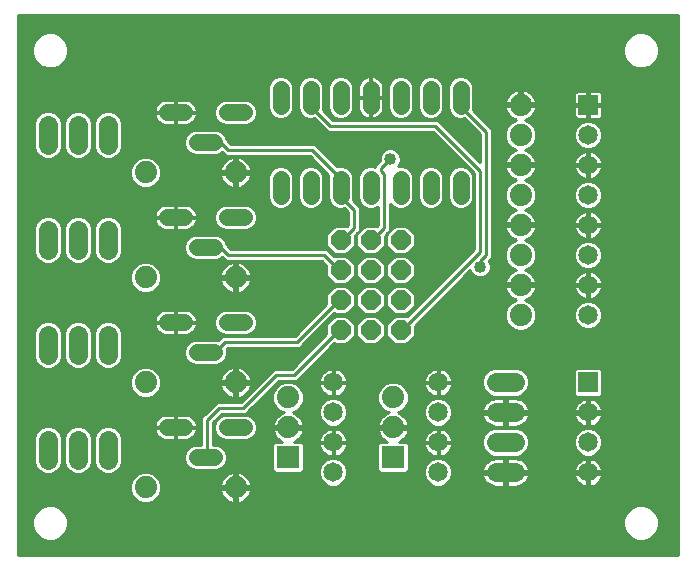
<source format=gbl>
G75*
%MOIN*%
%OFA0B0*%
%FSLAX25Y25*%
%IPPOS*%
%LPD*%
%AMOC8*
5,1,8,0,0,1.08239X$1,22.5*
%
%ADD10C,0.05600*%
%ADD11C,0.06400*%
%ADD12C,0.07400*%
%ADD13OC8,0.06400*%
%ADD14R,0.06500X0.06500*%
%ADD15C,0.06500*%
%ADD16R,0.07400X0.07400*%
%ADD17C,0.01000*%
%ADD18C,0.04000*%
D10*
X0055700Y0048500D02*
X0061300Y0048500D01*
X0065700Y0038500D02*
X0071300Y0038500D01*
X0075700Y0048500D02*
X0081300Y0048500D01*
X0071300Y0073500D02*
X0065700Y0073500D01*
X0061300Y0083500D02*
X0055700Y0083500D01*
X0075700Y0083500D02*
X0081300Y0083500D01*
X0071300Y0108500D02*
X0065700Y0108500D01*
X0061300Y0118500D02*
X0055700Y0118500D01*
X0075700Y0118500D02*
X0081300Y0118500D01*
X0093500Y0125700D02*
X0093500Y0131300D01*
X0103500Y0131300D02*
X0103500Y0125700D01*
X0113500Y0125700D02*
X0113500Y0131300D01*
X0123500Y0131300D02*
X0123500Y0125700D01*
X0133500Y0125700D02*
X0133500Y0131300D01*
X0143500Y0131300D02*
X0143500Y0125700D01*
X0153500Y0125700D02*
X0153500Y0131300D01*
X0153500Y0155700D02*
X0153500Y0161300D01*
X0143500Y0161300D02*
X0143500Y0155700D01*
X0133500Y0155700D02*
X0133500Y0161300D01*
X0123500Y0161300D02*
X0123500Y0155700D01*
X0113500Y0155700D02*
X0113500Y0161300D01*
X0103500Y0161300D02*
X0103500Y0155700D01*
X0093500Y0155700D02*
X0093500Y0161300D01*
X0081300Y0153500D02*
X0075700Y0153500D01*
X0071300Y0143500D02*
X0065700Y0143500D01*
X0061300Y0153500D02*
X0055700Y0153500D01*
D11*
X0036000Y0149200D02*
X0036000Y0142800D01*
X0026000Y0142800D02*
X0026000Y0149200D01*
X0016000Y0149200D02*
X0016000Y0142800D01*
X0016000Y0114200D02*
X0016000Y0107800D01*
X0026000Y0107800D02*
X0026000Y0114200D01*
X0036000Y0114200D02*
X0036000Y0107800D01*
X0036000Y0079200D02*
X0036000Y0072800D01*
X0026000Y0072800D02*
X0026000Y0079200D01*
X0016000Y0079200D02*
X0016000Y0072800D01*
X0016000Y0044200D02*
X0016000Y0037800D01*
X0026000Y0037800D02*
X0026000Y0044200D01*
X0036000Y0044200D02*
X0036000Y0037800D01*
X0165300Y0033500D02*
X0171700Y0033500D01*
X0171700Y0043500D02*
X0165300Y0043500D01*
X0165300Y0053500D02*
X0171700Y0053500D01*
X0171700Y0063500D02*
X0165300Y0063500D01*
D12*
X0173500Y0086000D03*
X0173500Y0096000D03*
X0173500Y0106000D03*
X0173500Y0116000D03*
X0173500Y0126000D03*
X0173500Y0136000D03*
X0173500Y0146000D03*
X0173500Y0156000D03*
X0078500Y0133500D03*
X0048500Y0133500D03*
X0048500Y0098500D03*
X0078500Y0098500D03*
X0078500Y0063500D03*
X0096000Y0058500D03*
X0096000Y0048500D03*
X0078500Y0028500D03*
X0048500Y0028500D03*
X0048500Y0063500D03*
X0131000Y0058500D03*
X0131000Y0048500D03*
D13*
X0133500Y0081000D03*
X0123500Y0081000D03*
X0113500Y0081000D03*
X0113500Y0091000D03*
X0123500Y0091000D03*
X0133500Y0091000D03*
X0133500Y0101000D03*
X0123500Y0101000D03*
X0113500Y0101000D03*
X0113500Y0111000D03*
X0123500Y0111000D03*
X0133500Y0111000D03*
D14*
X0196000Y0156000D03*
X0196000Y0063500D03*
D15*
X0196000Y0053500D03*
X0196000Y0043500D03*
X0196000Y0033500D03*
X0146000Y0033500D03*
X0146000Y0043500D03*
X0146000Y0053500D03*
X0146000Y0063500D03*
X0111000Y0063500D03*
X0111000Y0053500D03*
X0111000Y0043500D03*
X0111000Y0033500D03*
X0196000Y0086000D03*
X0196000Y0096000D03*
X0196000Y0106000D03*
X0196000Y0116000D03*
X0196000Y0126000D03*
X0196000Y0136000D03*
X0196000Y0146000D03*
D16*
X0131000Y0038500D03*
X0096000Y0038500D03*
D17*
X0006000Y0006000D02*
X0226000Y0006000D01*
X0226000Y0186000D01*
X0006000Y0186000D01*
X0006000Y0006000D01*
X0006000Y0006991D02*
X0226000Y0006991D01*
X0226000Y0007990D02*
X0006000Y0007990D01*
X0006000Y0008988D02*
X0226000Y0008988D01*
X0226000Y0009987D02*
X0006000Y0009987D01*
X0006000Y0010985D02*
X0014818Y0010985D01*
X0015507Y0010700D02*
X0017893Y0010700D01*
X0020099Y0011613D01*
X0021787Y0013301D01*
X0022700Y0015507D01*
X0022700Y0017893D01*
X0021787Y0020099D01*
X0020099Y0021787D01*
X0017893Y0022700D01*
X0015507Y0022700D01*
X0013301Y0021787D01*
X0011613Y0020099D01*
X0010700Y0017893D01*
X0010700Y0015507D01*
X0011613Y0013301D01*
X0013301Y0011613D01*
X0015507Y0010700D01*
X0012931Y0011984D02*
X0006000Y0011984D01*
X0006000Y0012982D02*
X0011933Y0012982D01*
X0011332Y0013981D02*
X0006000Y0013981D01*
X0006000Y0014979D02*
X0010918Y0014979D01*
X0010700Y0015978D02*
X0006000Y0015978D01*
X0006000Y0016976D02*
X0010700Y0016976D01*
X0010734Y0017975D02*
X0006000Y0017975D01*
X0006000Y0018973D02*
X0011147Y0018973D01*
X0011561Y0019972D02*
X0006000Y0019972D01*
X0006000Y0020970D02*
X0012485Y0020970D01*
X0013741Y0021969D02*
X0006000Y0021969D01*
X0006000Y0022967D02*
X0226000Y0022967D01*
X0226000Y0021969D02*
X0216559Y0021969D01*
X0216999Y0021787D02*
X0214793Y0022700D01*
X0212407Y0022700D01*
X0210201Y0021787D01*
X0208513Y0020099D01*
X0207600Y0017893D01*
X0207600Y0015507D01*
X0208513Y0013301D01*
X0210201Y0011613D01*
X0212407Y0010700D01*
X0214793Y0010700D01*
X0216999Y0011613D01*
X0218687Y0013301D01*
X0219600Y0015507D01*
X0219600Y0017893D01*
X0218687Y0020099D01*
X0216999Y0021787D01*
X0217815Y0020970D02*
X0226000Y0020970D01*
X0226000Y0019972D02*
X0218739Y0019972D01*
X0219153Y0018973D02*
X0226000Y0018973D01*
X0226000Y0017975D02*
X0219566Y0017975D01*
X0219600Y0016976D02*
X0226000Y0016976D01*
X0226000Y0015978D02*
X0219600Y0015978D01*
X0219382Y0014979D02*
X0226000Y0014979D01*
X0226000Y0013981D02*
X0218968Y0013981D01*
X0218367Y0012982D02*
X0226000Y0012982D01*
X0226000Y0011984D02*
X0217369Y0011984D01*
X0215482Y0010985D02*
X0226000Y0010985D01*
X0226000Y0023966D02*
X0081055Y0023966D01*
X0081225Y0024053D02*
X0081888Y0024534D01*
X0082466Y0025112D01*
X0082947Y0025775D01*
X0083319Y0026504D01*
X0083572Y0027282D01*
X0083700Y0028091D01*
X0083700Y0028114D01*
X0078886Y0028114D01*
X0078886Y0028886D01*
X0083700Y0028886D01*
X0083700Y0028909D01*
X0083572Y0029718D01*
X0083319Y0030496D01*
X0082947Y0031225D01*
X0082466Y0031888D01*
X0081888Y0032466D01*
X0081225Y0032947D01*
X0080496Y0033319D01*
X0079718Y0033572D01*
X0078909Y0033700D01*
X0078886Y0033700D01*
X0078886Y0028886D01*
X0078114Y0028886D01*
X0078114Y0033700D01*
X0078091Y0033700D01*
X0077282Y0033572D01*
X0076504Y0033319D01*
X0075775Y0032947D01*
X0075112Y0032466D01*
X0074534Y0031888D01*
X0074053Y0031225D01*
X0073681Y0030496D01*
X0073428Y0029718D01*
X0073300Y0028909D01*
X0073300Y0028886D01*
X0078114Y0028886D01*
X0078114Y0028114D01*
X0078886Y0028114D01*
X0078886Y0023300D01*
X0078909Y0023300D01*
X0079718Y0023428D01*
X0080496Y0023681D01*
X0081225Y0024053D01*
X0082318Y0024964D02*
X0226000Y0024964D01*
X0226000Y0025963D02*
X0083043Y0025963D01*
X0083468Y0026961D02*
X0226000Y0026961D01*
X0226000Y0027960D02*
X0083679Y0027960D01*
X0083692Y0028958D02*
X0109552Y0028958D01*
X0110055Y0028750D02*
X0111945Y0028750D01*
X0113691Y0029473D01*
X0115027Y0030809D01*
X0115750Y0032555D01*
X0115750Y0034445D01*
X0115027Y0036191D01*
X0113691Y0037527D01*
X0111945Y0038250D01*
X0110055Y0038250D01*
X0108309Y0037527D01*
X0106973Y0036191D01*
X0106250Y0034445D01*
X0106250Y0032555D01*
X0106973Y0030809D01*
X0108309Y0029473D01*
X0110055Y0028750D01*
X0112448Y0028958D02*
X0144552Y0028958D01*
X0145055Y0028750D02*
X0146945Y0028750D01*
X0148691Y0029473D01*
X0150027Y0030809D01*
X0150750Y0032555D01*
X0150750Y0034445D01*
X0150027Y0036191D01*
X0148691Y0037527D01*
X0146945Y0038250D01*
X0145055Y0038250D01*
X0143309Y0037527D01*
X0141973Y0036191D01*
X0141250Y0034445D01*
X0141250Y0032555D01*
X0141973Y0030809D01*
X0143309Y0029473D01*
X0145055Y0028750D01*
X0142826Y0029957D02*
X0114174Y0029957D01*
X0115087Y0030955D02*
X0141913Y0030955D01*
X0141499Y0031954D02*
X0115501Y0031954D01*
X0115750Y0032952D02*
X0141250Y0032952D01*
X0141250Y0033951D02*
X0135972Y0033951D01*
X0136200Y0034179D02*
X0136200Y0042821D01*
X0135321Y0043700D01*
X0133033Y0043700D01*
X0133725Y0044053D01*
X0134388Y0044534D01*
X0134966Y0045112D01*
X0135447Y0045775D01*
X0135819Y0046504D01*
X0136072Y0047282D01*
X0136188Y0048016D01*
X0131484Y0048016D01*
X0131484Y0048984D01*
X0136188Y0048984D01*
X0136072Y0049718D01*
X0135819Y0050496D01*
X0135447Y0051225D01*
X0134966Y0051888D01*
X0134388Y0052466D01*
X0133725Y0052947D01*
X0132996Y0053319D01*
X0132483Y0053486D01*
X0133946Y0054092D01*
X0135408Y0055554D01*
X0136200Y0057466D01*
X0136200Y0059534D01*
X0135408Y0061446D01*
X0133946Y0062908D01*
X0141285Y0062908D01*
X0141250Y0063126D02*
X0141367Y0062388D01*
X0141598Y0061677D01*
X0141937Y0061010D01*
X0142377Y0060406D01*
X0142906Y0059877D01*
X0143510Y0059437D01*
X0144177Y0059098D01*
X0144888Y0058867D01*
X0145626Y0058750D01*
X0145811Y0058750D01*
X0145811Y0063311D01*
X0141250Y0063311D01*
X0141250Y0063126D01*
X0141250Y0063689D02*
X0145811Y0063689D01*
X0145811Y0068250D01*
X0145626Y0068250D01*
X0144888Y0068133D01*
X0144177Y0067902D01*
X0143510Y0067563D01*
X0142906Y0067123D01*
X0142377Y0066594D01*
X0141937Y0065990D01*
X0141598Y0065323D01*
X0141367Y0064612D01*
X0141250Y0063874D01*
X0141250Y0063689D01*
X0141255Y0063906D02*
X0115745Y0063906D01*
X0115750Y0063874D02*
X0115633Y0064612D01*
X0115402Y0065323D01*
X0115063Y0065990D01*
X0114623Y0066594D01*
X0114094Y0067123D01*
X0113490Y0067563D01*
X0112823Y0067902D01*
X0112112Y0068133D01*
X0111374Y0068250D01*
X0111189Y0068250D01*
X0111189Y0063689D01*
X0110811Y0063689D01*
X0110811Y0068250D01*
X0110626Y0068250D01*
X0109888Y0068133D01*
X0109177Y0067902D01*
X0108510Y0067563D01*
X0107906Y0067123D01*
X0107377Y0066594D01*
X0106937Y0065990D01*
X0106598Y0065323D01*
X0106367Y0064612D01*
X0106250Y0063874D01*
X0106250Y0063689D01*
X0110811Y0063689D01*
X0110811Y0063311D01*
X0106250Y0063311D01*
X0106250Y0063126D01*
X0106367Y0062388D01*
X0106598Y0061677D01*
X0106937Y0061010D01*
X0107377Y0060406D01*
X0107906Y0059877D01*
X0108510Y0059437D01*
X0109177Y0059098D01*
X0109888Y0058867D01*
X0110626Y0058750D01*
X0110811Y0058750D01*
X0110811Y0063311D01*
X0111189Y0063311D01*
X0111189Y0063689D01*
X0115750Y0063689D01*
X0115750Y0063874D01*
X0115750Y0063311D02*
X0111189Y0063311D01*
X0111189Y0058750D01*
X0111374Y0058750D01*
X0112112Y0058867D01*
X0112823Y0059098D01*
X0113490Y0059437D01*
X0114094Y0059877D01*
X0114623Y0060406D01*
X0115063Y0061010D01*
X0115402Y0061677D01*
X0115633Y0062388D01*
X0115750Y0063126D01*
X0115750Y0063311D01*
X0115715Y0062908D02*
X0128054Y0062908D01*
X0126592Y0061446D01*
X0125800Y0059534D01*
X0125800Y0057466D01*
X0126592Y0055554D01*
X0128054Y0054092D01*
X0129517Y0053486D01*
X0129004Y0053319D01*
X0128275Y0052947D01*
X0127612Y0052466D01*
X0127034Y0051888D01*
X0126553Y0051225D01*
X0126181Y0050496D01*
X0125928Y0049718D01*
X0125812Y0048984D01*
X0130516Y0048984D01*
X0130516Y0048016D01*
X0125812Y0048016D01*
X0125928Y0047282D01*
X0126181Y0046504D01*
X0126553Y0045775D01*
X0127034Y0045112D01*
X0127612Y0044534D01*
X0128275Y0044053D01*
X0128967Y0043700D01*
X0126679Y0043700D01*
X0125800Y0042821D01*
X0125800Y0034179D01*
X0126679Y0033300D01*
X0135321Y0033300D01*
X0136200Y0034179D01*
X0136200Y0034949D02*
X0141459Y0034949D01*
X0141873Y0035948D02*
X0136200Y0035948D01*
X0136200Y0036946D02*
X0142729Y0036946D01*
X0144319Y0037945D02*
X0136200Y0037945D01*
X0136200Y0038943D02*
X0144652Y0038943D01*
X0144888Y0038867D02*
X0145626Y0038750D01*
X0145811Y0038750D01*
X0145811Y0043311D01*
X0141250Y0043311D01*
X0141250Y0043126D01*
X0141367Y0042388D01*
X0141598Y0041677D01*
X0141937Y0041010D01*
X0142377Y0040406D01*
X0142906Y0039877D01*
X0143510Y0039437D01*
X0144177Y0039098D01*
X0144888Y0038867D01*
X0145811Y0038943D02*
X0146189Y0038943D01*
X0146189Y0038750D02*
X0146374Y0038750D01*
X0147112Y0038867D01*
X0147823Y0039098D01*
X0148490Y0039437D01*
X0149094Y0039877D01*
X0149623Y0040406D01*
X0150063Y0041010D01*
X0150402Y0041677D01*
X0150633Y0042388D01*
X0150750Y0043126D01*
X0150750Y0043311D01*
X0146189Y0043311D01*
X0146189Y0043689D01*
X0145811Y0043689D01*
X0145811Y0048250D01*
X0145626Y0048250D01*
X0144888Y0048133D01*
X0144177Y0047902D01*
X0143510Y0047563D01*
X0142906Y0047123D01*
X0142377Y0046594D01*
X0141937Y0045990D01*
X0141598Y0045323D01*
X0141367Y0044612D01*
X0141250Y0043874D01*
X0141250Y0043689D01*
X0145811Y0043689D01*
X0145811Y0043311D01*
X0146189Y0043311D01*
X0146189Y0038750D01*
X0147348Y0038943D02*
X0164019Y0038943D01*
X0164365Y0038800D02*
X0162638Y0039516D01*
X0161316Y0040838D01*
X0160600Y0042565D01*
X0160600Y0044435D01*
X0161316Y0046162D01*
X0162638Y0047484D01*
X0164365Y0048200D01*
X0172635Y0048200D01*
X0174362Y0047484D01*
X0175684Y0046162D01*
X0176400Y0044435D01*
X0176400Y0042565D01*
X0175684Y0040838D01*
X0174362Y0039516D01*
X0172635Y0038800D01*
X0164365Y0038800D01*
X0164199Y0038084D02*
X0164930Y0038200D01*
X0168000Y0038200D01*
X0168000Y0034000D01*
X0169000Y0034000D01*
X0169000Y0038200D01*
X0172070Y0038200D01*
X0172801Y0038084D01*
X0173504Y0037856D01*
X0174163Y0037520D01*
X0174762Y0037085D01*
X0175285Y0036562D01*
X0175720Y0035963D01*
X0176056Y0035304D01*
X0176284Y0034601D01*
X0176379Y0034000D01*
X0169000Y0034000D01*
X0169000Y0033000D01*
X0176379Y0033000D01*
X0176284Y0032399D01*
X0176056Y0031696D01*
X0175720Y0031037D01*
X0175285Y0030438D01*
X0174762Y0029915D01*
X0174163Y0029480D01*
X0173504Y0029144D01*
X0172801Y0028916D01*
X0172070Y0028800D01*
X0169000Y0028800D01*
X0169000Y0033000D01*
X0168000Y0033000D01*
X0168000Y0028800D01*
X0164930Y0028800D01*
X0164199Y0028916D01*
X0163496Y0029144D01*
X0162837Y0029480D01*
X0162238Y0029915D01*
X0161715Y0030438D01*
X0161280Y0031037D01*
X0160944Y0031696D01*
X0160716Y0032399D01*
X0160621Y0033000D01*
X0168000Y0033000D01*
X0168000Y0034000D01*
X0160621Y0034000D01*
X0160716Y0034601D01*
X0160944Y0035304D01*
X0161280Y0035963D01*
X0161715Y0036562D01*
X0162238Y0037085D01*
X0162837Y0037520D01*
X0163496Y0037856D01*
X0164199Y0038084D01*
X0163771Y0037945D02*
X0147681Y0037945D01*
X0149271Y0036946D02*
X0162100Y0036946D01*
X0161272Y0035948D02*
X0150127Y0035948D01*
X0150541Y0034949D02*
X0160829Y0034949D01*
X0160628Y0032952D02*
X0150750Y0032952D01*
X0150750Y0033951D02*
X0168000Y0033951D01*
X0168000Y0034949D02*
X0169000Y0034949D01*
X0169000Y0033951D02*
X0191262Y0033951D01*
X0191250Y0033875D02*
X0195625Y0033875D01*
X0195625Y0038250D01*
X0194888Y0038133D01*
X0194177Y0037902D01*
X0193510Y0037563D01*
X0192906Y0037123D01*
X0192377Y0036594D01*
X0191937Y0035990D01*
X0191598Y0035323D01*
X0191367Y0034612D01*
X0191250Y0033875D01*
X0191250Y0033125D02*
X0191367Y0032388D01*
X0191598Y0031677D01*
X0191937Y0031010D01*
X0192377Y0030406D01*
X0192906Y0029877D01*
X0193510Y0029437D01*
X0194177Y0029098D01*
X0194888Y0028867D01*
X0195625Y0028750D01*
X0195625Y0033125D01*
X0196375Y0033125D01*
X0196375Y0033875D01*
X0200750Y0033875D01*
X0200633Y0034612D01*
X0200402Y0035323D01*
X0200063Y0035990D01*
X0199623Y0036594D01*
X0199094Y0037123D01*
X0198490Y0037563D01*
X0197823Y0037902D01*
X0197112Y0038133D01*
X0196375Y0038250D01*
X0196375Y0033875D01*
X0195625Y0033875D01*
X0195625Y0033125D01*
X0191250Y0033125D01*
X0191278Y0032952D02*
X0176372Y0032952D01*
X0176139Y0031954D02*
X0191508Y0031954D01*
X0191977Y0030955D02*
X0175661Y0030955D01*
X0174804Y0029957D02*
X0192826Y0029957D01*
X0194607Y0028958D02*
X0172932Y0028958D01*
X0169000Y0028958D02*
X0168000Y0028958D01*
X0168000Y0029957D02*
X0169000Y0029957D01*
X0169000Y0030955D02*
X0168000Y0030955D01*
X0168000Y0031954D02*
X0169000Y0031954D01*
X0169000Y0032952D02*
X0168000Y0032952D01*
X0168000Y0035948D02*
X0169000Y0035948D01*
X0169000Y0036946D02*
X0168000Y0036946D01*
X0168000Y0037945D02*
X0169000Y0037945D01*
X0172981Y0038943D02*
X0194588Y0038943D01*
X0195055Y0038750D02*
X0196945Y0038750D01*
X0198691Y0039473D01*
X0200027Y0040809D01*
X0200750Y0042555D01*
X0200750Y0044445D01*
X0200027Y0046191D01*
X0198691Y0047527D01*
X0196945Y0048250D01*
X0195055Y0048250D01*
X0193309Y0047527D01*
X0191973Y0046191D01*
X0191250Y0044445D01*
X0191250Y0042555D01*
X0191973Y0040809D01*
X0193309Y0039473D01*
X0195055Y0038750D01*
X0195625Y0037945D02*
X0196375Y0037945D01*
X0196375Y0036946D02*
X0195625Y0036946D01*
X0195625Y0035948D02*
X0196375Y0035948D01*
X0196375Y0034949D02*
X0195625Y0034949D01*
X0195625Y0033951D02*
X0196375Y0033951D01*
X0196375Y0033125D02*
X0200750Y0033125D01*
X0200633Y0032388D01*
X0200402Y0031677D01*
X0200063Y0031010D01*
X0199623Y0030406D01*
X0199094Y0029877D01*
X0198490Y0029437D01*
X0197823Y0029098D01*
X0197112Y0028867D01*
X0196375Y0028750D01*
X0196375Y0033125D01*
X0196375Y0032952D02*
X0195625Y0032952D01*
X0195625Y0031954D02*
X0196375Y0031954D01*
X0196375Y0030955D02*
X0195625Y0030955D01*
X0195625Y0029957D02*
X0196375Y0029957D01*
X0196375Y0028958D02*
X0195625Y0028958D01*
X0197393Y0028958D02*
X0226000Y0028958D01*
X0226000Y0029957D02*
X0199174Y0029957D01*
X0200023Y0030955D02*
X0226000Y0030955D01*
X0226000Y0031954D02*
X0200492Y0031954D01*
X0200722Y0032952D02*
X0226000Y0032952D01*
X0226000Y0033951D02*
X0200738Y0033951D01*
X0200523Y0034949D02*
X0226000Y0034949D01*
X0226000Y0035948D02*
X0200084Y0035948D01*
X0199271Y0036946D02*
X0226000Y0036946D01*
X0226000Y0037945D02*
X0197691Y0037945D01*
X0197412Y0038943D02*
X0226000Y0038943D01*
X0226000Y0039942D02*
X0199159Y0039942D01*
X0200081Y0040940D02*
X0226000Y0040940D01*
X0226000Y0041939D02*
X0200495Y0041939D01*
X0200750Y0042937D02*
X0226000Y0042937D01*
X0226000Y0043936D02*
X0200750Y0043936D01*
X0200547Y0044934D02*
X0226000Y0044934D01*
X0226000Y0045933D02*
X0200134Y0045933D01*
X0199286Y0046932D02*
X0226000Y0046932D01*
X0226000Y0047930D02*
X0197717Y0047930D01*
X0197302Y0048929D02*
X0226000Y0048929D01*
X0226000Y0049927D02*
X0199145Y0049927D01*
X0199094Y0049877D02*
X0199623Y0050406D01*
X0200063Y0051010D01*
X0200402Y0051677D01*
X0200633Y0052388D01*
X0200750Y0053125D01*
X0196375Y0053125D01*
X0196375Y0053875D01*
X0200750Y0053875D01*
X0200633Y0054612D01*
X0200402Y0055323D01*
X0200063Y0055990D01*
X0199623Y0056594D01*
X0199094Y0057123D01*
X0198490Y0057563D01*
X0197823Y0057902D01*
X0197112Y0058133D01*
X0196375Y0058250D01*
X0196375Y0053875D01*
X0195625Y0053875D01*
X0195625Y0058250D01*
X0194888Y0058133D01*
X0194177Y0057902D01*
X0193510Y0057563D01*
X0192906Y0057123D01*
X0192377Y0056594D01*
X0191937Y0055990D01*
X0191598Y0055323D01*
X0191367Y0054612D01*
X0191250Y0053875D01*
X0195625Y0053875D01*
X0195625Y0053125D01*
X0196375Y0053125D01*
X0196375Y0048750D01*
X0197112Y0048867D01*
X0197823Y0049098D01*
X0198490Y0049437D01*
X0199094Y0049877D01*
X0200001Y0050926D02*
X0226000Y0050926D01*
X0226000Y0051924D02*
X0200482Y0051924D01*
X0200718Y0052923D02*
X0226000Y0052923D01*
X0226000Y0053921D02*
X0200742Y0053921D01*
X0200533Y0054920D02*
X0226000Y0054920D01*
X0226000Y0055918D02*
X0200099Y0055918D01*
X0199301Y0056917D02*
X0226000Y0056917D01*
X0226000Y0057915D02*
X0197783Y0057915D01*
X0196375Y0057915D02*
X0195625Y0057915D01*
X0195625Y0056917D02*
X0196375Y0056917D01*
X0196375Y0055918D02*
X0195625Y0055918D01*
X0195625Y0054920D02*
X0196375Y0054920D01*
X0196375Y0053921D02*
X0195625Y0053921D01*
X0195625Y0053125D02*
X0191250Y0053125D01*
X0191367Y0052388D01*
X0191598Y0051677D01*
X0191937Y0051010D01*
X0192377Y0050406D01*
X0192906Y0049877D01*
X0193510Y0049437D01*
X0194177Y0049098D01*
X0194888Y0048867D01*
X0195625Y0048750D01*
X0195625Y0053125D01*
X0195625Y0052923D02*
X0196375Y0052923D01*
X0196375Y0051924D02*
X0195625Y0051924D01*
X0195625Y0050926D02*
X0196375Y0050926D01*
X0196375Y0049927D02*
X0195625Y0049927D01*
X0195625Y0048929D02*
X0196375Y0048929D01*
X0194698Y0048929D02*
X0172840Y0048929D01*
X0172801Y0048916D02*
X0173504Y0049144D01*
X0174163Y0049480D01*
X0174762Y0049915D01*
X0175285Y0050438D01*
X0175720Y0051037D01*
X0176056Y0051696D01*
X0176284Y0052399D01*
X0176379Y0053000D01*
X0169000Y0053000D01*
X0169000Y0054000D01*
X0168000Y0054000D01*
X0168000Y0058200D01*
X0164930Y0058200D01*
X0164199Y0058084D01*
X0163496Y0057856D01*
X0162837Y0057520D01*
X0162238Y0057085D01*
X0161715Y0056562D01*
X0161280Y0055963D01*
X0160944Y0055304D01*
X0160716Y0054601D01*
X0160621Y0054000D01*
X0168000Y0054000D01*
X0168000Y0053000D01*
X0169000Y0053000D01*
X0169000Y0048800D01*
X0172070Y0048800D01*
X0172801Y0048916D01*
X0173287Y0047930D02*
X0194283Y0047930D01*
X0192714Y0046932D02*
X0174915Y0046932D01*
X0175779Y0045933D02*
X0191866Y0045933D01*
X0191453Y0044934D02*
X0176193Y0044934D01*
X0176400Y0043936D02*
X0191250Y0043936D01*
X0191250Y0042937D02*
X0176400Y0042937D01*
X0176141Y0041939D02*
X0191505Y0041939D01*
X0191919Y0040940D02*
X0175727Y0040940D01*
X0174789Y0039942D02*
X0192841Y0039942D01*
X0194309Y0037945D02*
X0173229Y0037945D01*
X0174900Y0036946D02*
X0192729Y0036946D01*
X0191916Y0035948D02*
X0175728Y0035948D01*
X0176171Y0034949D02*
X0191477Y0034949D01*
X0192855Y0049927D02*
X0174774Y0049927D01*
X0175639Y0050926D02*
X0191999Y0050926D01*
X0191518Y0051924D02*
X0176130Y0051924D01*
X0176367Y0052923D02*
X0191282Y0052923D01*
X0191257Y0053921D02*
X0169000Y0053921D01*
X0169000Y0054000D02*
X0176379Y0054000D01*
X0176284Y0054601D01*
X0176056Y0055304D01*
X0175720Y0055963D01*
X0175285Y0056562D01*
X0174762Y0057085D01*
X0174163Y0057520D01*
X0173504Y0057856D01*
X0172801Y0058084D01*
X0172070Y0058200D01*
X0169000Y0058200D01*
X0169000Y0054000D01*
X0169000Y0054920D02*
X0168000Y0054920D01*
X0168000Y0055918D02*
X0169000Y0055918D01*
X0169000Y0056917D02*
X0168000Y0056917D01*
X0168000Y0057915D02*
X0169000Y0057915D01*
X0172635Y0058800D02*
X0174362Y0059516D01*
X0175684Y0060838D01*
X0176400Y0062565D01*
X0176400Y0064435D01*
X0175684Y0066162D01*
X0174362Y0067484D01*
X0172635Y0068200D01*
X0164365Y0068200D01*
X0162638Y0067484D01*
X0161316Y0066162D01*
X0160600Y0064435D01*
X0160600Y0062565D01*
X0161316Y0060838D01*
X0162638Y0059516D01*
X0164365Y0058800D01*
X0172635Y0058800D01*
X0172909Y0058914D02*
X0191965Y0058914D01*
X0192129Y0058750D02*
X0199871Y0058750D01*
X0200750Y0059629D01*
X0200750Y0067371D01*
X0199871Y0068250D01*
X0192129Y0068250D01*
X0191250Y0067371D01*
X0191250Y0059629D01*
X0192129Y0058750D01*
X0191250Y0059912D02*
X0174759Y0059912D01*
X0175715Y0060911D02*
X0191250Y0060911D01*
X0191250Y0061909D02*
X0176128Y0061909D01*
X0176400Y0062908D02*
X0191250Y0062908D01*
X0191250Y0063906D02*
X0176400Y0063906D01*
X0176205Y0064905D02*
X0191250Y0064905D01*
X0191250Y0065903D02*
X0175792Y0065903D01*
X0174945Y0066902D02*
X0191250Y0066902D01*
X0191779Y0067900D02*
X0173359Y0067900D01*
X0163641Y0067900D02*
X0147827Y0067900D01*
X0147823Y0067902D02*
X0147112Y0068133D01*
X0146374Y0068250D01*
X0146189Y0068250D01*
X0146189Y0063689D01*
X0145811Y0063689D01*
X0145811Y0063311D01*
X0146189Y0063311D01*
X0146189Y0063689D01*
X0150750Y0063689D01*
X0150750Y0063874D01*
X0150633Y0064612D01*
X0150402Y0065323D01*
X0150063Y0065990D01*
X0149623Y0066594D01*
X0149094Y0067123D01*
X0148490Y0067563D01*
X0147823Y0067902D01*
X0146189Y0067900D02*
X0145811Y0067900D01*
X0145811Y0066902D02*
X0146189Y0066902D01*
X0146189Y0065903D02*
X0145811Y0065903D01*
X0145811Y0064905D02*
X0146189Y0064905D01*
X0146189Y0063906D02*
X0145811Y0063906D01*
X0146189Y0063311D02*
X0150750Y0063311D01*
X0150750Y0063126D01*
X0150633Y0062388D01*
X0150402Y0061677D01*
X0150063Y0061010D01*
X0149623Y0060406D01*
X0149094Y0059877D01*
X0148490Y0059437D01*
X0147823Y0059098D01*
X0147112Y0058867D01*
X0146374Y0058750D01*
X0146189Y0058750D01*
X0146189Y0063311D01*
X0146189Y0062908D02*
X0145811Y0062908D01*
X0145811Y0061909D02*
X0146189Y0061909D01*
X0146189Y0060911D02*
X0145811Y0060911D01*
X0145811Y0059912D02*
X0146189Y0059912D01*
X0146189Y0058914D02*
X0145811Y0058914D01*
X0145055Y0058250D02*
X0146945Y0058250D01*
X0148691Y0057527D01*
X0150027Y0056191D01*
X0150750Y0054445D01*
X0150750Y0052555D01*
X0150027Y0050809D01*
X0148691Y0049473D01*
X0146945Y0048750D01*
X0145055Y0048750D01*
X0143309Y0049473D01*
X0141973Y0050809D01*
X0141250Y0052555D01*
X0141250Y0054445D01*
X0141973Y0056191D01*
X0143309Y0057527D01*
X0145055Y0058250D01*
X0144744Y0058914D02*
X0136200Y0058914D01*
X0136200Y0057915D02*
X0144247Y0057915D01*
X0142699Y0056917D02*
X0135973Y0056917D01*
X0135559Y0055918D02*
X0141860Y0055918D01*
X0141447Y0054920D02*
X0134774Y0054920D01*
X0133534Y0053921D02*
X0141250Y0053921D01*
X0141250Y0052923D02*
X0133760Y0052923D01*
X0134930Y0051924D02*
X0141511Y0051924D01*
X0141925Y0050926D02*
X0135600Y0050926D01*
X0136004Y0049927D02*
X0142855Y0049927D01*
X0144624Y0048929D02*
X0131484Y0048929D01*
X0130516Y0048929D02*
X0112376Y0048929D01*
X0111945Y0048750D02*
X0113691Y0049473D01*
X0115027Y0050809D01*
X0115750Y0052555D01*
X0115750Y0054445D01*
X0115027Y0056191D01*
X0113691Y0057527D01*
X0111945Y0058250D01*
X0110055Y0058250D01*
X0108309Y0057527D01*
X0106973Y0056191D01*
X0106250Y0054445D01*
X0106250Y0052555D01*
X0106973Y0050809D01*
X0108309Y0049473D01*
X0110055Y0048750D01*
X0111945Y0048750D01*
X0112112Y0048133D02*
X0111374Y0048250D01*
X0111189Y0048250D01*
X0111189Y0043689D01*
X0110811Y0043689D01*
X0110811Y0048250D01*
X0110626Y0048250D01*
X0109888Y0048133D01*
X0109177Y0047902D01*
X0108510Y0047563D01*
X0107906Y0047123D01*
X0107377Y0046594D01*
X0106937Y0045990D01*
X0106598Y0045323D01*
X0106367Y0044612D01*
X0106250Y0043874D01*
X0106250Y0043689D01*
X0110811Y0043689D01*
X0110811Y0043311D01*
X0106250Y0043311D01*
X0106250Y0043126D01*
X0106367Y0042388D01*
X0106598Y0041677D01*
X0106937Y0041010D01*
X0107377Y0040406D01*
X0107906Y0039877D01*
X0108510Y0039437D01*
X0109177Y0039098D01*
X0109888Y0038867D01*
X0110626Y0038750D01*
X0110811Y0038750D01*
X0110811Y0043311D01*
X0111189Y0043311D01*
X0111189Y0043689D01*
X0115750Y0043689D01*
X0115750Y0043874D01*
X0115633Y0044612D01*
X0115402Y0045323D01*
X0115063Y0045990D01*
X0114623Y0046594D01*
X0114094Y0047123D01*
X0113490Y0047563D01*
X0112823Y0047902D01*
X0112112Y0048133D01*
X0112737Y0047930D02*
X0125825Y0047930D01*
X0126042Y0046932D02*
X0114286Y0046932D01*
X0115091Y0045933D02*
X0126472Y0045933D01*
X0127212Y0044934D02*
X0115528Y0044934D01*
X0115740Y0043936D02*
X0128503Y0043936D01*
X0125916Y0042937D02*
X0115720Y0042937D01*
X0115750Y0043126D02*
X0115750Y0043311D01*
X0111189Y0043311D01*
X0111189Y0038750D01*
X0111374Y0038750D01*
X0112112Y0038867D01*
X0112823Y0039098D01*
X0113490Y0039437D01*
X0114094Y0039877D01*
X0114623Y0040406D01*
X0115063Y0041010D01*
X0115402Y0041677D01*
X0115633Y0042388D01*
X0115750Y0043126D01*
X0115487Y0041939D02*
X0125800Y0041939D01*
X0125800Y0040940D02*
X0115012Y0040940D01*
X0114159Y0039942D02*
X0125800Y0039942D01*
X0125800Y0038943D02*
X0112348Y0038943D01*
X0112681Y0037945D02*
X0125800Y0037945D01*
X0125800Y0036946D02*
X0114271Y0036946D01*
X0115127Y0035948D02*
X0125800Y0035948D01*
X0125800Y0034949D02*
X0115541Y0034949D01*
X0115750Y0033951D02*
X0126028Y0033951D01*
X0136200Y0039942D02*
X0142841Y0039942D01*
X0141988Y0040940D02*
X0136200Y0040940D01*
X0136200Y0041939D02*
X0141513Y0041939D01*
X0141280Y0042937D02*
X0136084Y0042937D01*
X0134788Y0044934D02*
X0141472Y0044934D01*
X0141260Y0043936D02*
X0133497Y0043936D01*
X0135528Y0045933D02*
X0141909Y0045933D01*
X0142714Y0046932D02*
X0135958Y0046932D01*
X0136175Y0047930D02*
X0144263Y0047930D01*
X0145811Y0047930D02*
X0146189Y0047930D01*
X0146189Y0048250D02*
X0146189Y0043689D01*
X0150750Y0043689D01*
X0150750Y0043874D01*
X0150633Y0044612D01*
X0150402Y0045323D01*
X0150063Y0045990D01*
X0149623Y0046594D01*
X0149094Y0047123D01*
X0148490Y0047563D01*
X0147823Y0047902D01*
X0147112Y0048133D01*
X0146374Y0048250D01*
X0146189Y0048250D01*
X0146189Y0046932D02*
X0145811Y0046932D01*
X0145811Y0045933D02*
X0146189Y0045933D01*
X0146189Y0044934D02*
X0145811Y0044934D01*
X0145811Y0043936D02*
X0146189Y0043936D01*
X0146189Y0042937D02*
X0145811Y0042937D01*
X0145811Y0041939D02*
X0146189Y0041939D01*
X0146189Y0040940D02*
X0145811Y0040940D01*
X0145811Y0039942D02*
X0146189Y0039942D01*
X0149159Y0039942D02*
X0162211Y0039942D01*
X0161273Y0040940D02*
X0150012Y0040940D01*
X0150487Y0041939D02*
X0160859Y0041939D01*
X0160600Y0042937D02*
X0150720Y0042937D01*
X0150740Y0043936D02*
X0160600Y0043936D01*
X0160807Y0044934D02*
X0150528Y0044934D01*
X0150091Y0045933D02*
X0161221Y0045933D01*
X0162085Y0046932D02*
X0149286Y0046932D01*
X0147737Y0047930D02*
X0163713Y0047930D01*
X0164160Y0048929D02*
X0147376Y0048929D01*
X0149145Y0049927D02*
X0162226Y0049927D01*
X0162238Y0049915D02*
X0162837Y0049480D01*
X0163496Y0049144D01*
X0164199Y0048916D01*
X0164930Y0048800D01*
X0168000Y0048800D01*
X0168000Y0053000D01*
X0160621Y0053000D01*
X0160716Y0052399D01*
X0160944Y0051696D01*
X0161280Y0051037D01*
X0161715Y0050438D01*
X0162238Y0049915D01*
X0161361Y0050926D02*
X0150075Y0050926D01*
X0150489Y0051924D02*
X0160870Y0051924D01*
X0160633Y0052923D02*
X0150750Y0052923D01*
X0150750Y0053921D02*
X0168000Y0053921D01*
X0168000Y0052923D02*
X0169000Y0052923D01*
X0169000Y0051924D02*
X0168000Y0051924D01*
X0168000Y0050926D02*
X0169000Y0050926D01*
X0169000Y0049927D02*
X0168000Y0049927D01*
X0168000Y0048929D02*
X0169000Y0048929D01*
X0176181Y0054920D02*
X0191467Y0054920D01*
X0191901Y0055918D02*
X0175743Y0055918D01*
X0174930Y0056917D02*
X0192699Y0056917D01*
X0194217Y0057915D02*
X0173321Y0057915D01*
X0164091Y0058914D02*
X0147256Y0058914D01*
X0147753Y0057915D02*
X0163679Y0057915D01*
X0162070Y0056917D02*
X0149301Y0056917D01*
X0150140Y0055918D02*
X0161257Y0055918D01*
X0160819Y0054920D02*
X0150553Y0054920D01*
X0149130Y0059912D02*
X0162241Y0059912D01*
X0161285Y0060911D02*
X0149990Y0060911D01*
X0150478Y0061909D02*
X0160872Y0061909D01*
X0160600Y0062908D02*
X0150715Y0062908D01*
X0150745Y0063906D02*
X0160600Y0063906D01*
X0160795Y0064905D02*
X0150538Y0064905D01*
X0150107Y0065903D02*
X0161208Y0065903D01*
X0162055Y0066902D02*
X0149316Y0066902D01*
X0144173Y0067900D02*
X0112827Y0067900D01*
X0111189Y0067900D02*
X0110811Y0067900D01*
X0110811Y0066902D02*
X0111189Y0066902D01*
X0111189Y0065903D02*
X0110811Y0065903D01*
X0110811Y0064905D02*
X0111189Y0064905D01*
X0111189Y0063906D02*
X0110811Y0063906D01*
X0110811Y0062908D02*
X0111189Y0062908D01*
X0111189Y0061909D02*
X0110811Y0061909D01*
X0110811Y0060911D02*
X0111189Y0060911D01*
X0111189Y0059912D02*
X0110811Y0059912D01*
X0110811Y0058914D02*
X0111189Y0058914D01*
X0112256Y0058914D02*
X0125800Y0058914D01*
X0125800Y0057915D02*
X0112753Y0057915D01*
X0114301Y0056917D02*
X0126027Y0056917D01*
X0126441Y0055918D02*
X0115140Y0055918D01*
X0115553Y0054920D02*
X0127226Y0054920D01*
X0128466Y0053921D02*
X0115750Y0053921D01*
X0115750Y0052923D02*
X0128240Y0052923D01*
X0127070Y0051924D02*
X0115489Y0051924D01*
X0115075Y0050926D02*
X0126400Y0050926D01*
X0125996Y0049927D02*
X0114145Y0049927D01*
X0111189Y0047930D02*
X0110811Y0047930D01*
X0110811Y0046932D02*
X0111189Y0046932D01*
X0111189Y0045933D02*
X0110811Y0045933D01*
X0110811Y0044934D02*
X0111189Y0044934D01*
X0111189Y0043936D02*
X0110811Y0043936D01*
X0110811Y0042937D02*
X0111189Y0042937D01*
X0111189Y0041939D02*
X0110811Y0041939D01*
X0110811Y0040940D02*
X0111189Y0040940D01*
X0111189Y0039942D02*
X0110811Y0039942D01*
X0110811Y0038943D02*
X0111189Y0038943D01*
X0109652Y0038943D02*
X0101200Y0038943D01*
X0101200Y0037945D02*
X0109319Y0037945D01*
X0107729Y0036946D02*
X0101200Y0036946D01*
X0101200Y0035948D02*
X0106873Y0035948D01*
X0106459Y0034949D02*
X0101200Y0034949D01*
X0101200Y0034179D02*
X0101200Y0042821D01*
X0100321Y0043700D01*
X0098033Y0043700D01*
X0098725Y0044053D01*
X0099388Y0044534D01*
X0099966Y0045112D01*
X0100447Y0045775D01*
X0100819Y0046504D01*
X0101072Y0047282D01*
X0101188Y0048016D01*
X0096484Y0048016D01*
X0096484Y0048984D01*
X0101188Y0048984D01*
X0101072Y0049718D01*
X0100819Y0050496D01*
X0100447Y0051225D01*
X0099966Y0051888D01*
X0099388Y0052466D01*
X0098725Y0052947D01*
X0097996Y0053319D01*
X0097483Y0053486D01*
X0098946Y0054092D01*
X0100408Y0055554D01*
X0101200Y0057466D01*
X0101200Y0059534D01*
X0100408Y0061446D01*
X0098946Y0062908D01*
X0106285Y0062908D01*
X0106255Y0063906D02*
X0092735Y0063906D01*
X0092828Y0064000D02*
X0098828Y0064000D01*
X0111341Y0076512D01*
X0111553Y0076300D01*
X0115447Y0076300D01*
X0118200Y0079053D01*
X0118200Y0082947D01*
X0115447Y0085700D01*
X0111553Y0085700D01*
X0108800Y0082947D01*
X0108800Y0079628D01*
X0097172Y0068000D01*
X0091172Y0068000D01*
X0080172Y0057000D01*
X0072172Y0057000D01*
X0068172Y0053000D01*
X0067000Y0051828D01*
X0067000Y0042800D01*
X0064845Y0042800D01*
X0063264Y0042145D01*
X0062055Y0040936D01*
X0061400Y0039355D01*
X0061400Y0037645D01*
X0062055Y0036064D01*
X0063264Y0034855D01*
X0064845Y0034200D01*
X0072155Y0034200D01*
X0073736Y0034855D01*
X0074945Y0036064D01*
X0075600Y0037645D01*
X0075600Y0039355D01*
X0074945Y0040936D01*
X0073736Y0042145D01*
X0072155Y0042800D01*
X0071000Y0042800D01*
X0071000Y0050172D01*
X0073828Y0053000D01*
X0081828Y0053000D01*
X0083000Y0054172D01*
X0092828Y0064000D01*
X0093054Y0062908D02*
X0091592Y0061446D01*
X0090800Y0059534D01*
X0090800Y0057466D01*
X0091592Y0055554D01*
X0093054Y0054092D01*
X0094517Y0053486D01*
X0094004Y0053319D01*
X0093275Y0052947D01*
X0092612Y0052466D01*
X0092034Y0051888D01*
X0091553Y0051225D01*
X0091181Y0050496D01*
X0090928Y0049718D01*
X0090812Y0048984D01*
X0095516Y0048984D01*
X0095516Y0048016D01*
X0090812Y0048016D01*
X0090928Y0047282D01*
X0091181Y0046504D01*
X0091553Y0045775D01*
X0092034Y0045112D01*
X0092612Y0044534D01*
X0093275Y0044053D01*
X0093967Y0043700D01*
X0091679Y0043700D01*
X0090800Y0042821D01*
X0090800Y0034179D01*
X0091679Y0033300D01*
X0100321Y0033300D01*
X0101200Y0034179D01*
X0100972Y0033951D02*
X0106250Y0033951D01*
X0106250Y0032952D02*
X0081216Y0032952D01*
X0082400Y0031954D02*
X0106499Y0031954D01*
X0106913Y0030955D02*
X0083085Y0030955D01*
X0083494Y0029957D02*
X0107826Y0029957D01*
X0107841Y0039942D02*
X0101200Y0039942D01*
X0101200Y0040940D02*
X0106988Y0040940D01*
X0106513Y0041939D02*
X0101200Y0041939D01*
X0101084Y0042937D02*
X0106280Y0042937D01*
X0106260Y0043936D02*
X0098497Y0043936D01*
X0099788Y0044934D02*
X0106472Y0044934D01*
X0106909Y0045933D02*
X0100528Y0045933D01*
X0100958Y0046932D02*
X0107714Y0046932D01*
X0109263Y0047930D02*
X0101175Y0047930D01*
X0101004Y0049927D02*
X0107855Y0049927D01*
X0106925Y0050926D02*
X0100600Y0050926D01*
X0099930Y0051924D02*
X0106511Y0051924D01*
X0106250Y0052923D02*
X0098760Y0052923D01*
X0098534Y0053921D02*
X0106250Y0053921D01*
X0106447Y0054920D02*
X0099774Y0054920D01*
X0100559Y0055918D02*
X0106860Y0055918D01*
X0107699Y0056917D02*
X0100973Y0056917D01*
X0101200Y0057915D02*
X0109247Y0057915D01*
X0109744Y0058914D02*
X0101200Y0058914D01*
X0101043Y0059912D02*
X0107870Y0059912D01*
X0107010Y0060911D02*
X0100630Y0060911D01*
X0099945Y0061909D02*
X0106522Y0061909D01*
X0106462Y0064905D02*
X0099733Y0064905D01*
X0100732Y0065903D02*
X0106893Y0065903D01*
X0107684Y0066902D02*
X0101730Y0066902D01*
X0102729Y0067900D02*
X0109173Y0067900D01*
X0105724Y0070896D02*
X0226000Y0070896D01*
X0226000Y0071894D02*
X0106723Y0071894D01*
X0107721Y0072893D02*
X0226000Y0072893D01*
X0226000Y0073891D02*
X0108720Y0073891D01*
X0109718Y0074890D02*
X0226000Y0074890D01*
X0226000Y0075888D02*
X0110717Y0075888D01*
X0108055Y0078884D02*
X0103712Y0078884D01*
X0102714Y0077885D02*
X0107057Y0077885D01*
X0106058Y0076887D02*
X0101715Y0076887D01*
X0101000Y0076172D02*
X0111341Y0086512D01*
X0111553Y0086300D01*
X0115447Y0086300D01*
X0118200Y0089053D01*
X0118200Y0092947D01*
X0115447Y0095700D01*
X0111553Y0095700D01*
X0108800Y0092947D01*
X0108800Y0089628D01*
X0098172Y0079000D01*
X0074172Y0079000D01*
X0072732Y0077561D01*
X0072155Y0077800D01*
X0064845Y0077800D01*
X0063264Y0077145D01*
X0062055Y0075936D01*
X0061400Y0074355D01*
X0061400Y0072645D01*
X0062055Y0071064D01*
X0063264Y0069855D01*
X0064845Y0069200D01*
X0072155Y0069200D01*
X0073736Y0069855D01*
X0074945Y0071064D01*
X0075600Y0072645D01*
X0075600Y0074355D01*
X0075478Y0074650D01*
X0075828Y0075000D01*
X0099828Y0075000D01*
X0101000Y0076172D01*
X0100717Y0075888D02*
X0105060Y0075888D01*
X0104061Y0074890D02*
X0075718Y0074890D01*
X0075600Y0073891D02*
X0103063Y0073891D01*
X0102064Y0072893D02*
X0075600Y0072893D01*
X0075289Y0071894D02*
X0101066Y0071894D01*
X0100067Y0070896D02*
X0074777Y0070896D01*
X0073778Y0069897D02*
X0099069Y0069897D01*
X0098070Y0068899D02*
X0038746Y0068899D01*
X0038662Y0068816D02*
X0039984Y0070138D01*
X0040700Y0071865D01*
X0040700Y0080135D01*
X0039984Y0081862D01*
X0038662Y0083184D01*
X0036935Y0083900D01*
X0035065Y0083900D01*
X0033338Y0083184D01*
X0032016Y0081862D01*
X0031300Y0080135D01*
X0031300Y0071865D01*
X0032016Y0070138D01*
X0033338Y0068816D01*
X0035065Y0068100D01*
X0036935Y0068100D01*
X0038662Y0068816D01*
X0039744Y0069897D02*
X0063222Y0069897D01*
X0062223Y0070896D02*
X0040298Y0070896D01*
X0040700Y0071894D02*
X0061711Y0071894D01*
X0061400Y0072893D02*
X0040700Y0072893D01*
X0040700Y0073891D02*
X0061400Y0073891D01*
X0061621Y0074890D02*
X0040700Y0074890D01*
X0040700Y0075888D02*
X0062035Y0075888D01*
X0063006Y0076887D02*
X0040700Y0076887D01*
X0040700Y0077885D02*
X0073057Y0077885D01*
X0074055Y0078884D02*
X0040700Y0078884D01*
X0040700Y0079882D02*
X0053364Y0079882D01*
X0053446Y0079822D02*
X0054049Y0079515D01*
X0054693Y0079306D01*
X0055362Y0079200D01*
X0058200Y0079200D01*
X0058200Y0083200D01*
X0058800Y0083200D01*
X0058800Y0083800D01*
X0058200Y0083800D01*
X0058200Y0087800D01*
X0055362Y0087800D01*
X0054693Y0087694D01*
X0054049Y0087485D01*
X0053446Y0087178D01*
X0052899Y0086780D01*
X0052420Y0086301D01*
X0052022Y0085754D01*
X0051715Y0085151D01*
X0051506Y0084507D01*
X0051400Y0083838D01*
X0051400Y0083800D01*
X0058200Y0083800D01*
X0058200Y0083200D01*
X0051400Y0083200D01*
X0051400Y0083162D01*
X0051506Y0082493D01*
X0051715Y0081849D01*
X0052022Y0081246D01*
X0052420Y0080699D01*
X0052899Y0080220D01*
X0053446Y0079822D01*
X0052288Y0080881D02*
X0040391Y0080881D01*
X0039967Y0081879D02*
X0051705Y0081879D01*
X0051445Y0082878D02*
X0038969Y0082878D01*
X0036992Y0083876D02*
X0051406Y0083876D01*
X0051625Y0084875D02*
X0006000Y0084875D01*
X0006000Y0085873D02*
X0052109Y0085873D01*
X0053026Y0086872D02*
X0006000Y0086872D01*
X0006000Y0087870D02*
X0107042Y0087870D01*
X0106044Y0086872D02*
X0084009Y0086872D01*
X0083736Y0087145D02*
X0082155Y0087800D01*
X0074845Y0087800D01*
X0073264Y0087145D01*
X0072055Y0085936D01*
X0071400Y0084355D01*
X0071400Y0082645D01*
X0072055Y0081064D01*
X0073264Y0079855D01*
X0074845Y0079200D01*
X0082155Y0079200D01*
X0083736Y0079855D01*
X0084945Y0081064D01*
X0085600Y0082645D01*
X0085600Y0084355D01*
X0084945Y0085936D01*
X0083736Y0087145D01*
X0084971Y0085873D02*
X0105045Y0085873D01*
X0104047Y0084875D02*
X0085385Y0084875D01*
X0085600Y0083876D02*
X0103048Y0083876D01*
X0102050Y0082878D02*
X0085600Y0082878D01*
X0085283Y0081879D02*
X0101051Y0081879D01*
X0100052Y0080881D02*
X0084762Y0080881D01*
X0083764Y0079882D02*
X0099054Y0079882D01*
X0099000Y0077000D02*
X0075000Y0077000D01*
X0072000Y0074000D01*
X0069000Y0074000D01*
X0068500Y0073500D01*
X0073236Y0079882D02*
X0063636Y0079882D01*
X0063554Y0079822D02*
X0064101Y0080220D01*
X0064580Y0080699D01*
X0064978Y0081246D01*
X0065285Y0081849D01*
X0065494Y0082493D01*
X0065600Y0083162D01*
X0065600Y0083200D01*
X0058800Y0083200D01*
X0058800Y0079200D01*
X0061638Y0079200D01*
X0062307Y0079306D01*
X0062951Y0079515D01*
X0063554Y0079822D01*
X0064712Y0080881D02*
X0072238Y0080881D01*
X0071717Y0081879D02*
X0065295Y0081879D01*
X0065555Y0082878D02*
X0071400Y0082878D01*
X0071400Y0083876D02*
X0065594Y0083876D01*
X0065600Y0083838D02*
X0065494Y0084507D01*
X0065285Y0085151D01*
X0064978Y0085754D01*
X0064580Y0086301D01*
X0064101Y0086780D01*
X0063554Y0087178D01*
X0062951Y0087485D01*
X0062307Y0087694D01*
X0061638Y0087800D01*
X0058800Y0087800D01*
X0058800Y0083800D01*
X0065600Y0083800D01*
X0065600Y0083838D01*
X0065375Y0084875D02*
X0071615Y0084875D01*
X0072029Y0085873D02*
X0064891Y0085873D01*
X0063974Y0086872D02*
X0072991Y0086872D01*
X0076504Y0093681D02*
X0077282Y0093428D01*
X0078091Y0093300D01*
X0078114Y0093300D01*
X0078114Y0098114D01*
X0078886Y0098114D01*
X0078886Y0098886D01*
X0083700Y0098886D01*
X0083700Y0098909D01*
X0083572Y0099718D01*
X0083319Y0100496D01*
X0082947Y0101225D01*
X0082466Y0101888D01*
X0081888Y0102466D01*
X0081225Y0102947D01*
X0080496Y0103319D01*
X0079718Y0103572D01*
X0078909Y0103700D01*
X0078886Y0103700D01*
X0078886Y0098886D01*
X0078114Y0098886D01*
X0078114Y0103700D01*
X0078091Y0103700D01*
X0077282Y0103572D01*
X0076504Y0103319D01*
X0075775Y0102947D01*
X0075112Y0102466D01*
X0074534Y0101888D01*
X0074053Y0101225D01*
X0073681Y0100496D01*
X0073428Y0099718D01*
X0073300Y0098909D01*
X0073300Y0098886D01*
X0078114Y0098886D01*
X0078114Y0098114D01*
X0073300Y0098114D01*
X0073300Y0098091D01*
X0073428Y0097282D01*
X0073681Y0096504D01*
X0074053Y0095775D01*
X0074534Y0095112D01*
X0075112Y0094534D01*
X0075775Y0094053D01*
X0076504Y0093681D01*
X0076149Y0093862D02*
X0050890Y0093862D01*
X0051446Y0094092D02*
X0052908Y0095554D01*
X0053700Y0097466D01*
X0053700Y0099534D01*
X0052908Y0101446D01*
X0051446Y0102908D01*
X0049534Y0103700D01*
X0047466Y0103700D01*
X0045554Y0102908D01*
X0044092Y0101446D01*
X0043300Y0099534D01*
X0043300Y0097466D01*
X0044092Y0095554D01*
X0045554Y0094092D01*
X0047466Y0093300D01*
X0049534Y0093300D01*
X0051446Y0094092D01*
X0052214Y0094860D02*
X0074786Y0094860D01*
X0074010Y0095859D02*
X0053034Y0095859D01*
X0053448Y0096857D02*
X0073566Y0096857D01*
X0073337Y0097856D02*
X0053700Y0097856D01*
X0053700Y0098854D02*
X0078114Y0098854D01*
X0078886Y0098854D02*
X0108999Y0098854D01*
X0108800Y0099053D02*
X0111553Y0096300D01*
X0115447Y0096300D01*
X0118200Y0099053D01*
X0118200Y0102947D01*
X0115447Y0105700D01*
X0111553Y0105700D01*
X0111341Y0105488D01*
X0110000Y0106828D01*
X0108828Y0108000D01*
X0076828Y0108000D01*
X0076000Y0108828D01*
X0075600Y0109228D01*
X0075600Y0109355D01*
X0074945Y0110936D01*
X0073736Y0112145D01*
X0072155Y0112800D01*
X0064845Y0112800D01*
X0063264Y0112145D01*
X0062055Y0110936D01*
X0061400Y0109355D01*
X0061400Y0107645D01*
X0062055Y0106064D01*
X0063264Y0104855D01*
X0064845Y0104200D01*
X0072155Y0104200D01*
X0073736Y0104855D01*
X0074026Y0105145D01*
X0075172Y0104000D01*
X0107172Y0104000D01*
X0108800Y0102372D01*
X0108800Y0099053D01*
X0108800Y0099853D02*
X0083528Y0099853D01*
X0083138Y0100851D02*
X0108800Y0100851D01*
X0108800Y0101850D02*
X0082494Y0101850D01*
X0081362Y0102848D02*
X0108323Y0102848D01*
X0107325Y0103847D02*
X0038693Y0103847D01*
X0038662Y0103816D02*
X0039984Y0105138D01*
X0040700Y0106865D01*
X0040700Y0115135D01*
X0039984Y0116862D01*
X0038662Y0118184D01*
X0036935Y0118900D01*
X0035065Y0118900D01*
X0033338Y0118184D01*
X0032016Y0116862D01*
X0031300Y0115135D01*
X0031300Y0106865D01*
X0032016Y0105138D01*
X0033338Y0103816D01*
X0035065Y0103100D01*
X0036935Y0103100D01*
X0038662Y0103816D01*
X0039692Y0104845D02*
X0063287Y0104845D01*
X0062275Y0105844D02*
X0040277Y0105844D01*
X0040691Y0106842D02*
X0061732Y0106842D01*
X0061400Y0107841D02*
X0040700Y0107841D01*
X0040700Y0108839D02*
X0061400Y0108839D01*
X0061600Y0109838D02*
X0040700Y0109838D01*
X0040700Y0110836D02*
X0062013Y0110836D01*
X0062954Y0111835D02*
X0040700Y0111835D01*
X0040700Y0112833D02*
X0108800Y0112833D01*
X0108800Y0112947D02*
X0108800Y0109053D01*
X0111553Y0106300D01*
X0115447Y0106300D01*
X0118200Y0109053D01*
X0118200Y0112372D01*
X0120000Y0114172D01*
X0120000Y0121828D01*
X0118828Y0123000D01*
X0117561Y0124267D01*
X0117800Y0124845D01*
X0117800Y0132155D01*
X0117145Y0133736D01*
X0115936Y0134945D01*
X0114355Y0135600D01*
X0112645Y0135600D01*
X0112350Y0135478D01*
X0106000Y0141828D01*
X0104828Y0143000D01*
X0076828Y0143000D01*
X0076000Y0143828D01*
X0075600Y0144228D01*
X0075600Y0144355D01*
X0074945Y0145936D01*
X0073736Y0147145D01*
X0072155Y0147800D01*
X0064845Y0147800D01*
X0063264Y0147145D01*
X0062055Y0145936D01*
X0061400Y0144355D01*
X0061400Y0142645D01*
X0062055Y0141064D01*
X0063264Y0139855D01*
X0064845Y0139200D01*
X0072155Y0139200D01*
X0073736Y0139855D01*
X0074026Y0140145D01*
X0075172Y0139000D01*
X0103172Y0139000D01*
X0109439Y0132732D01*
X0109200Y0132155D01*
X0109200Y0124845D01*
X0109855Y0123264D01*
X0111064Y0122055D01*
X0112645Y0121400D01*
X0114355Y0121400D01*
X0114650Y0121522D01*
X0116000Y0120172D01*
X0116000Y0115828D01*
X0115659Y0115488D01*
X0115447Y0115700D01*
X0111553Y0115700D01*
X0108800Y0112947D01*
X0108800Y0111835D02*
X0074046Y0111835D01*
X0074987Y0110836D02*
X0108800Y0110836D01*
X0108800Y0109838D02*
X0075400Y0109838D01*
X0075989Y0108839D02*
X0109014Y0108839D01*
X0108988Y0107841D02*
X0110012Y0107841D01*
X0109986Y0106842D02*
X0111011Y0106842D01*
X0110985Y0105844D02*
X0156015Y0105844D01*
X0157014Y0106842D02*
X0135989Y0106842D01*
X0135447Y0106300D02*
X0138200Y0109053D01*
X0138200Y0112947D01*
X0135447Y0115700D01*
X0131553Y0115700D01*
X0128800Y0112947D01*
X0128800Y0109053D01*
X0131553Y0106300D01*
X0135447Y0106300D01*
X0135447Y0105700D02*
X0131553Y0105700D01*
X0128800Y0102947D01*
X0128800Y0099053D01*
X0131553Y0096300D01*
X0135447Y0096300D01*
X0138200Y0099053D01*
X0138200Y0102947D01*
X0135447Y0105700D01*
X0136302Y0104845D02*
X0155017Y0104845D01*
X0154018Y0103847D02*
X0137300Y0103847D01*
X0138200Y0102848D02*
X0153020Y0102848D01*
X0152021Y0101850D02*
X0138200Y0101850D01*
X0138200Y0100851D02*
X0151023Y0100851D01*
X0150024Y0099853D02*
X0138200Y0099853D01*
X0138001Y0098854D02*
X0149026Y0098854D01*
X0148027Y0097856D02*
X0137002Y0097856D01*
X0136004Y0096857D02*
X0147029Y0096857D01*
X0146030Y0095859D02*
X0082990Y0095859D01*
X0082947Y0095775D02*
X0083319Y0096504D01*
X0083572Y0097282D01*
X0083700Y0098091D01*
X0083700Y0098114D01*
X0078886Y0098114D01*
X0078886Y0093300D01*
X0078909Y0093300D01*
X0079718Y0093428D01*
X0080496Y0093681D01*
X0081225Y0094053D01*
X0081888Y0094534D01*
X0082466Y0095112D01*
X0082947Y0095775D01*
X0082214Y0094860D02*
X0110713Y0094860D01*
X0109715Y0093862D02*
X0080851Y0093862D01*
X0078886Y0093862D02*
X0078114Y0093862D01*
X0078114Y0094860D02*
X0078886Y0094860D01*
X0078886Y0095859D02*
X0078114Y0095859D01*
X0078114Y0096857D02*
X0078886Y0096857D01*
X0078886Y0097856D02*
X0078114Y0097856D01*
X0078114Y0099853D02*
X0078886Y0099853D01*
X0078886Y0100851D02*
X0078114Y0100851D01*
X0078114Y0101850D02*
X0078886Y0101850D01*
X0078886Y0102848D02*
X0078114Y0102848D01*
X0075638Y0102848D02*
X0051506Y0102848D01*
X0052504Y0101850D02*
X0074506Y0101850D01*
X0073862Y0100851D02*
X0053155Y0100851D01*
X0053568Y0099853D02*
X0073472Y0099853D01*
X0073713Y0104845D02*
X0074326Y0104845D01*
X0076000Y0106000D02*
X0074000Y0108000D01*
X0069000Y0108000D01*
X0068500Y0108500D01*
X0076000Y0106000D02*
X0108000Y0106000D01*
X0113000Y0101000D01*
X0113500Y0101000D01*
X0117002Y0097856D02*
X0119998Y0097856D01*
X0118999Y0098854D02*
X0118001Y0098854D01*
X0118800Y0099053D02*
X0121553Y0096300D01*
X0125447Y0096300D01*
X0128200Y0099053D01*
X0128200Y0102947D01*
X0125447Y0105700D01*
X0121553Y0105700D01*
X0118800Y0102947D01*
X0118800Y0099053D01*
X0118800Y0099853D02*
X0118200Y0099853D01*
X0118200Y0100851D02*
X0118800Y0100851D01*
X0118800Y0101850D02*
X0118200Y0101850D01*
X0118200Y0102848D02*
X0118800Y0102848D01*
X0119700Y0103847D02*
X0117300Y0103847D01*
X0116302Y0104845D02*
X0120698Y0104845D01*
X0121553Y0106300D02*
X0125447Y0106300D01*
X0128200Y0109053D01*
X0128200Y0112372D01*
X0128828Y0113000D01*
X0130000Y0114172D01*
X0130000Y0123119D01*
X0131064Y0122055D01*
X0132645Y0121400D01*
X0134355Y0121400D01*
X0135936Y0122055D01*
X0137145Y0123264D01*
X0137800Y0124845D01*
X0137800Y0132155D01*
X0137145Y0133736D01*
X0135936Y0134945D01*
X0134355Y0135600D01*
X0132645Y0135600D01*
X0132483Y0135533D01*
X0132967Y0136017D01*
X0133500Y0137304D01*
X0133500Y0138696D01*
X0132967Y0139983D01*
X0131983Y0140967D01*
X0130696Y0141500D01*
X0129304Y0141500D01*
X0128017Y0140967D01*
X0127033Y0139983D01*
X0126500Y0138696D01*
X0126500Y0137328D01*
X0125000Y0135828D01*
X0125000Y0135333D01*
X0124355Y0135600D01*
X0122645Y0135600D01*
X0121064Y0134945D01*
X0119855Y0133736D01*
X0119200Y0132155D01*
X0119200Y0124845D01*
X0119855Y0123264D01*
X0121064Y0122055D01*
X0122645Y0121400D01*
X0124355Y0121400D01*
X0125936Y0122055D01*
X0126000Y0122119D01*
X0126000Y0115828D01*
X0125659Y0115488D01*
X0125447Y0115700D01*
X0121553Y0115700D01*
X0118800Y0112947D01*
X0118800Y0109053D01*
X0121553Y0106300D01*
X0121011Y0106842D02*
X0115989Y0106842D01*
X0116987Y0107841D02*
X0120012Y0107841D01*
X0119014Y0108839D02*
X0117986Y0108839D01*
X0118200Y0109838D02*
X0118800Y0109838D01*
X0118800Y0110836D02*
X0118200Y0110836D01*
X0118200Y0111835D02*
X0118800Y0111835D01*
X0118800Y0112833D02*
X0118662Y0112833D01*
X0119660Y0113832D02*
X0119685Y0113832D01*
X0120000Y0114830D02*
X0120684Y0114830D01*
X0120000Y0115829D02*
X0126000Y0115829D01*
X0126000Y0116827D02*
X0120000Y0116827D01*
X0120000Y0117826D02*
X0126000Y0117826D01*
X0126000Y0118824D02*
X0120000Y0118824D01*
X0120000Y0119823D02*
X0126000Y0119823D01*
X0126000Y0120821D02*
X0120000Y0120821D01*
X0120000Y0121820D02*
X0121631Y0121820D01*
X0120300Y0122818D02*
X0119010Y0122818D01*
X0119626Y0123817D02*
X0118012Y0123817D01*
X0117788Y0124815D02*
X0119212Y0124815D01*
X0119200Y0125814D02*
X0117800Y0125814D01*
X0117800Y0126812D02*
X0119200Y0126812D01*
X0119200Y0127811D02*
X0117800Y0127811D01*
X0117800Y0128809D02*
X0119200Y0128809D01*
X0119200Y0129808D02*
X0117800Y0129808D01*
X0117800Y0130806D02*
X0119200Y0130806D01*
X0119200Y0131805D02*
X0117800Y0131805D01*
X0117532Y0132803D02*
X0119468Y0132803D01*
X0119921Y0133802D02*
X0117079Y0133802D01*
X0116081Y0134801D02*
X0120919Y0134801D01*
X0125000Y0135799D02*
X0112029Y0135799D01*
X0111031Y0136798D02*
X0125969Y0136798D01*
X0126500Y0137796D02*
X0110032Y0137796D01*
X0109034Y0138795D02*
X0126541Y0138795D01*
X0126954Y0139793D02*
X0108035Y0139793D01*
X0107037Y0140792D02*
X0127842Y0140792D01*
X0130000Y0138000D02*
X0127000Y0135000D01*
X0127000Y0134000D01*
X0128000Y0133000D01*
X0128000Y0115000D01*
X0124000Y0111000D01*
X0123500Y0111000D01*
X0128200Y0110836D02*
X0128800Y0110836D01*
X0128800Y0109838D02*
X0128200Y0109838D01*
X0127986Y0108839D02*
X0129014Y0108839D01*
X0130012Y0107841D02*
X0126987Y0107841D01*
X0125989Y0106842D02*
X0131011Y0106842D01*
X0130698Y0104845D02*
X0126302Y0104845D01*
X0127300Y0103847D02*
X0129700Y0103847D01*
X0128800Y0102848D02*
X0128200Y0102848D01*
X0128200Y0101850D02*
X0128800Y0101850D01*
X0128800Y0100851D02*
X0128200Y0100851D01*
X0128200Y0099853D02*
X0128800Y0099853D01*
X0128999Y0098854D02*
X0128001Y0098854D01*
X0127002Y0097856D02*
X0129998Y0097856D01*
X0130996Y0096857D02*
X0126004Y0096857D01*
X0125447Y0095700D02*
X0121553Y0095700D01*
X0118800Y0092947D01*
X0118800Y0089053D01*
X0121553Y0086300D01*
X0125447Y0086300D01*
X0128200Y0089053D01*
X0128200Y0092947D01*
X0125447Y0095700D01*
X0126287Y0094860D02*
X0130713Y0094860D01*
X0131553Y0095700D02*
X0128800Y0092947D01*
X0128800Y0089053D01*
X0131553Y0086300D01*
X0135447Y0086300D01*
X0138200Y0089053D01*
X0138200Y0092947D01*
X0135447Y0095700D01*
X0131553Y0095700D01*
X0129715Y0093862D02*
X0127285Y0093862D01*
X0128200Y0092863D02*
X0128800Y0092863D01*
X0128800Y0091865D02*
X0128200Y0091865D01*
X0128200Y0090866D02*
X0128800Y0090866D01*
X0128800Y0089868D02*
X0128200Y0089868D01*
X0128016Y0088869D02*
X0128984Y0088869D01*
X0129983Y0087870D02*
X0127017Y0087870D01*
X0126019Y0086872D02*
X0130981Y0086872D01*
X0131553Y0085700D02*
X0128800Y0082947D01*
X0128800Y0079053D01*
X0131553Y0076300D01*
X0135447Y0076300D01*
X0138200Y0079053D01*
X0138200Y0082372D01*
X0156685Y0100857D01*
X0157033Y0100017D01*
X0158017Y0099033D01*
X0159304Y0098500D01*
X0160696Y0098500D01*
X0161983Y0099033D01*
X0162967Y0100017D01*
X0163500Y0101304D01*
X0163500Y0102696D01*
X0162967Y0103983D01*
X0162889Y0104061D01*
X0164000Y0105172D01*
X0164000Y0147828D01*
X0157561Y0154267D01*
X0157800Y0154845D01*
X0157800Y0162155D01*
X0157145Y0163736D01*
X0155936Y0164945D01*
X0154355Y0165600D01*
X0152645Y0165600D01*
X0151064Y0164945D01*
X0149855Y0163736D01*
X0149200Y0162155D01*
X0149200Y0154845D01*
X0149855Y0153264D01*
X0151064Y0152055D01*
X0152645Y0151400D01*
X0154355Y0151400D01*
X0154650Y0151522D01*
X0160000Y0146172D01*
X0160000Y0136828D01*
X0147000Y0149828D01*
X0145828Y0151000D01*
X0110828Y0151000D01*
X0107561Y0154267D01*
X0107800Y0154845D01*
X0107800Y0162155D01*
X0107145Y0163736D01*
X0105936Y0164945D01*
X0104355Y0165600D01*
X0102645Y0165600D01*
X0101064Y0164945D01*
X0099855Y0163736D01*
X0099200Y0162155D01*
X0099200Y0154845D01*
X0099855Y0153264D01*
X0101064Y0152055D01*
X0102645Y0151400D01*
X0104355Y0151400D01*
X0104650Y0151522D01*
X0109172Y0147000D01*
X0144172Y0147000D01*
X0158000Y0133172D01*
X0158000Y0107828D01*
X0135659Y0085488D01*
X0135447Y0085700D01*
X0131553Y0085700D01*
X0130728Y0084875D02*
X0126272Y0084875D01*
X0125447Y0085700D02*
X0121553Y0085700D01*
X0118800Y0082947D01*
X0118800Y0079053D01*
X0121553Y0076300D01*
X0125447Y0076300D01*
X0128200Y0079053D01*
X0128200Y0082947D01*
X0125447Y0085700D01*
X0127270Y0083876D02*
X0129730Y0083876D01*
X0128800Y0082878D02*
X0128200Y0082878D01*
X0128200Y0081879D02*
X0128800Y0081879D01*
X0128800Y0080881D02*
X0128200Y0080881D01*
X0128200Y0079882D02*
X0128800Y0079882D01*
X0128969Y0078884D02*
X0128031Y0078884D01*
X0127032Y0077885D02*
X0129968Y0077885D01*
X0130966Y0076887D02*
X0126034Y0076887D01*
X0120966Y0076887D02*
X0116034Y0076887D01*
X0117032Y0077885D02*
X0119968Y0077885D01*
X0118969Y0078884D02*
X0118031Y0078884D01*
X0118200Y0079882D02*
X0118800Y0079882D01*
X0118800Y0080881D02*
X0118200Y0080881D01*
X0118200Y0081879D02*
X0118800Y0081879D01*
X0118800Y0082878D02*
X0118200Y0082878D01*
X0117270Y0083876D02*
X0119730Y0083876D01*
X0120728Y0084875D02*
X0116272Y0084875D01*
X0116019Y0086872D02*
X0120981Y0086872D01*
X0119983Y0087870D02*
X0117017Y0087870D01*
X0118016Y0088869D02*
X0118984Y0088869D01*
X0118800Y0089868D02*
X0118200Y0089868D01*
X0118200Y0090866D02*
X0118800Y0090866D01*
X0118800Y0091865D02*
X0118200Y0091865D01*
X0118200Y0092863D02*
X0118800Y0092863D01*
X0119715Y0093862D02*
X0117285Y0093862D01*
X0116287Y0094860D02*
X0120713Y0094860D01*
X0120996Y0096857D02*
X0116004Y0096857D01*
X0110996Y0096857D02*
X0083434Y0096857D01*
X0083663Y0097856D02*
X0109998Y0097856D01*
X0108800Y0092863D02*
X0006000Y0092863D01*
X0006000Y0091865D02*
X0108800Y0091865D01*
X0108800Y0090866D02*
X0006000Y0090866D01*
X0006000Y0089868D02*
X0108800Y0089868D01*
X0108041Y0088869D02*
X0006000Y0088869D01*
X0006000Y0083876D02*
X0015008Y0083876D01*
X0015065Y0083900D02*
X0013338Y0083184D01*
X0012016Y0081862D01*
X0011300Y0080135D01*
X0011300Y0071865D01*
X0012016Y0070138D01*
X0013338Y0068816D01*
X0015065Y0068100D01*
X0016935Y0068100D01*
X0018662Y0068816D01*
X0019984Y0070138D01*
X0020700Y0071865D01*
X0020700Y0080135D01*
X0019984Y0081862D01*
X0018662Y0083184D01*
X0016935Y0083900D01*
X0015065Y0083900D01*
X0016992Y0083876D02*
X0025008Y0083876D01*
X0025065Y0083900D02*
X0023338Y0083184D01*
X0022016Y0081862D01*
X0021300Y0080135D01*
X0021300Y0071865D01*
X0022016Y0070138D01*
X0023338Y0068816D01*
X0025065Y0068100D01*
X0026935Y0068100D01*
X0028662Y0068816D01*
X0029984Y0070138D01*
X0030700Y0071865D01*
X0030700Y0080135D01*
X0029984Y0081862D01*
X0028662Y0083184D01*
X0026935Y0083900D01*
X0025065Y0083900D01*
X0026992Y0083876D02*
X0035008Y0083876D01*
X0033031Y0082878D02*
X0028969Y0082878D01*
X0029967Y0081879D02*
X0032033Y0081879D01*
X0031609Y0080881D02*
X0030391Y0080881D01*
X0030700Y0079882D02*
X0031300Y0079882D01*
X0031300Y0078884D02*
X0030700Y0078884D01*
X0030700Y0077885D02*
X0031300Y0077885D01*
X0031300Y0076887D02*
X0030700Y0076887D01*
X0030700Y0075888D02*
X0031300Y0075888D01*
X0031300Y0074890D02*
X0030700Y0074890D01*
X0030700Y0073891D02*
X0031300Y0073891D01*
X0031300Y0072893D02*
X0030700Y0072893D01*
X0030700Y0071894D02*
X0031300Y0071894D01*
X0031701Y0070896D02*
X0030298Y0070896D01*
X0029744Y0069897D02*
X0032256Y0069897D01*
X0033254Y0068899D02*
X0028746Y0068899D01*
X0023254Y0068899D02*
X0018746Y0068899D01*
X0019744Y0069897D02*
X0022256Y0069897D01*
X0021701Y0070896D02*
X0020298Y0070896D01*
X0020700Y0071894D02*
X0021300Y0071894D01*
X0021300Y0072893D02*
X0020700Y0072893D01*
X0020700Y0073891D02*
X0021300Y0073891D01*
X0021300Y0074890D02*
X0020700Y0074890D01*
X0020700Y0075888D02*
X0021300Y0075888D01*
X0021300Y0076887D02*
X0020700Y0076887D01*
X0020700Y0077885D02*
X0021300Y0077885D01*
X0021300Y0078884D02*
X0020700Y0078884D01*
X0020700Y0079882D02*
X0021300Y0079882D01*
X0021609Y0080881D02*
X0020391Y0080881D01*
X0019967Y0081879D02*
X0022033Y0081879D01*
X0023031Y0082878D02*
X0018969Y0082878D01*
X0013031Y0082878D02*
X0006000Y0082878D01*
X0006000Y0081879D02*
X0012033Y0081879D01*
X0011609Y0080881D02*
X0006000Y0080881D01*
X0006000Y0079882D02*
X0011300Y0079882D01*
X0011300Y0078884D02*
X0006000Y0078884D01*
X0006000Y0077885D02*
X0011300Y0077885D01*
X0011300Y0076887D02*
X0006000Y0076887D01*
X0006000Y0075888D02*
X0011300Y0075888D01*
X0011300Y0074890D02*
X0006000Y0074890D01*
X0006000Y0073891D02*
X0011300Y0073891D01*
X0011300Y0072893D02*
X0006000Y0072893D01*
X0006000Y0071894D02*
X0011300Y0071894D01*
X0011701Y0070896D02*
X0006000Y0070896D01*
X0006000Y0069897D02*
X0012256Y0069897D01*
X0013254Y0068899D02*
X0006000Y0068899D01*
X0006000Y0067900D02*
X0045546Y0067900D01*
X0045554Y0067908D02*
X0044092Y0066446D01*
X0043300Y0064534D01*
X0043300Y0062466D01*
X0044092Y0060554D01*
X0045554Y0059092D01*
X0047466Y0058300D01*
X0049534Y0058300D01*
X0051446Y0059092D01*
X0052908Y0060554D01*
X0053700Y0062466D01*
X0053700Y0064534D01*
X0052908Y0066446D01*
X0051446Y0067908D01*
X0049534Y0068700D01*
X0047466Y0068700D01*
X0045554Y0067908D01*
X0044548Y0066902D02*
X0006000Y0066902D01*
X0006000Y0065903D02*
X0043867Y0065903D01*
X0043453Y0064905D02*
X0006000Y0064905D01*
X0006000Y0063906D02*
X0043300Y0063906D01*
X0043300Y0062908D02*
X0006000Y0062908D01*
X0006000Y0061909D02*
X0043530Y0061909D01*
X0043944Y0060911D02*
X0006000Y0060911D01*
X0006000Y0059912D02*
X0044734Y0059912D01*
X0045984Y0058914D02*
X0006000Y0058914D01*
X0006000Y0057915D02*
X0081087Y0057915D01*
X0080496Y0058681D02*
X0081225Y0059053D01*
X0081888Y0059534D01*
X0082466Y0060112D01*
X0082947Y0060775D01*
X0083319Y0061504D01*
X0083572Y0062282D01*
X0083700Y0063091D01*
X0083700Y0063114D01*
X0078886Y0063114D01*
X0078886Y0063886D01*
X0083700Y0063886D01*
X0083700Y0063909D01*
X0083572Y0064718D01*
X0083319Y0065496D01*
X0082947Y0066225D01*
X0082466Y0066888D01*
X0081888Y0067466D01*
X0081225Y0067947D01*
X0080496Y0068319D01*
X0079718Y0068572D01*
X0078909Y0068700D01*
X0078886Y0068700D01*
X0078886Y0063886D01*
X0078114Y0063886D01*
X0078114Y0068700D01*
X0078091Y0068700D01*
X0077282Y0068572D01*
X0076504Y0068319D01*
X0075775Y0067947D01*
X0075112Y0067466D01*
X0074534Y0066888D01*
X0074053Y0066225D01*
X0073681Y0065496D01*
X0073428Y0064718D01*
X0073300Y0063909D01*
X0073300Y0063886D01*
X0078114Y0063886D01*
X0078114Y0063114D01*
X0078886Y0063114D01*
X0078886Y0058300D01*
X0078909Y0058300D01*
X0079718Y0058428D01*
X0080496Y0058681D01*
X0080953Y0058914D02*
X0082085Y0058914D01*
X0082266Y0059912D02*
X0083084Y0059912D01*
X0083017Y0060911D02*
X0084082Y0060911D01*
X0083451Y0061909D02*
X0085081Y0061909D01*
X0086079Y0062908D02*
X0083671Y0062908D01*
X0083700Y0063906D02*
X0087078Y0063906D01*
X0088076Y0064905D02*
X0083511Y0064905D01*
X0083112Y0065903D02*
X0089075Y0065903D01*
X0090073Y0066902D02*
X0082452Y0066902D01*
X0081290Y0067900D02*
X0091072Y0067900D01*
X0092000Y0066000D02*
X0081000Y0055000D01*
X0073000Y0055000D01*
X0069000Y0051000D01*
X0069000Y0039000D01*
X0068500Y0038500D01*
X0067000Y0042937D02*
X0040700Y0042937D01*
X0040700Y0041939D02*
X0063058Y0041939D01*
X0062059Y0040940D02*
X0040700Y0040940D01*
X0040700Y0039942D02*
X0061643Y0039942D01*
X0061400Y0038943D02*
X0040700Y0038943D01*
X0040700Y0037945D02*
X0061400Y0037945D01*
X0061689Y0036946D02*
X0040700Y0036946D01*
X0040700Y0036865D02*
X0040700Y0045135D01*
X0039984Y0046862D01*
X0038662Y0048184D01*
X0036935Y0048900D01*
X0035065Y0048900D01*
X0033338Y0048184D01*
X0032016Y0046862D01*
X0031300Y0045135D01*
X0031300Y0036865D01*
X0032016Y0035138D01*
X0033338Y0033816D01*
X0035065Y0033100D01*
X0036935Y0033100D01*
X0038662Y0033816D01*
X0039984Y0035138D01*
X0040700Y0036865D01*
X0040320Y0035948D02*
X0062171Y0035948D01*
X0063169Y0034949D02*
X0039796Y0034949D01*
X0038798Y0033951D02*
X0091028Y0033951D01*
X0090800Y0034949D02*
X0073830Y0034949D01*
X0074829Y0035948D02*
X0090800Y0035948D01*
X0090800Y0036946D02*
X0075311Y0036946D01*
X0075600Y0037945D02*
X0090800Y0037945D01*
X0090800Y0038943D02*
X0075600Y0038943D01*
X0075357Y0039942D02*
X0090800Y0039942D01*
X0090800Y0040940D02*
X0074941Y0040940D01*
X0073942Y0041939D02*
X0090800Y0041939D01*
X0090916Y0042937D02*
X0071000Y0042937D01*
X0071000Y0043936D02*
X0093503Y0043936D01*
X0092212Y0044934D02*
X0083816Y0044934D01*
X0083736Y0044855D02*
X0084945Y0046064D01*
X0085600Y0047645D01*
X0085600Y0049355D01*
X0084945Y0050936D01*
X0083736Y0052145D01*
X0082155Y0052800D01*
X0074845Y0052800D01*
X0073264Y0052145D01*
X0072055Y0050936D01*
X0071400Y0049355D01*
X0071400Y0047645D01*
X0072055Y0046064D01*
X0073264Y0044855D01*
X0074845Y0044200D01*
X0082155Y0044200D01*
X0083736Y0044855D01*
X0084814Y0045933D02*
X0091472Y0045933D01*
X0091042Y0046932D02*
X0085305Y0046932D01*
X0085600Y0047930D02*
X0090825Y0047930D01*
X0090996Y0049927D02*
X0085363Y0049927D01*
X0085600Y0048929D02*
X0095516Y0048929D01*
X0096484Y0048929D02*
X0109624Y0048929D01*
X0114130Y0059912D02*
X0125957Y0059912D01*
X0126370Y0060911D02*
X0114990Y0060911D01*
X0115478Y0061909D02*
X0127055Y0061909D01*
X0128054Y0062908D02*
X0129966Y0063700D01*
X0132034Y0063700D01*
X0133946Y0062908D01*
X0134945Y0061909D02*
X0141522Y0061909D01*
X0142010Y0060911D02*
X0135630Y0060911D01*
X0136043Y0059912D02*
X0142870Y0059912D01*
X0141462Y0064905D02*
X0115538Y0064905D01*
X0115107Y0065903D02*
X0141893Y0065903D01*
X0142684Y0066902D02*
X0114316Y0066902D01*
X0104726Y0069897D02*
X0226000Y0069897D01*
X0226000Y0068899D02*
X0103727Y0068899D01*
X0098000Y0066000D02*
X0092000Y0066000D01*
X0091736Y0062908D02*
X0093054Y0062908D01*
X0094966Y0063700D01*
X0097034Y0063700D01*
X0098946Y0062908D01*
X0098000Y0066000D02*
X0113000Y0081000D01*
X0113500Y0081000D01*
X0108800Y0080881D02*
X0105709Y0080881D01*
X0104711Y0079882D02*
X0108800Y0079882D01*
X0108800Y0081879D02*
X0106708Y0081879D01*
X0107706Y0082878D02*
X0108800Y0082878D01*
X0108705Y0083876D02*
X0109730Y0083876D01*
X0109703Y0084875D02*
X0110728Y0084875D01*
X0110702Y0085873D02*
X0136045Y0085873D01*
X0136019Y0086872D02*
X0137044Y0086872D01*
X0137017Y0087870D02*
X0138042Y0087870D01*
X0138016Y0088869D02*
X0139041Y0088869D01*
X0138200Y0089868D02*
X0140039Y0089868D01*
X0141038Y0090866D02*
X0138200Y0090866D01*
X0138200Y0091865D02*
X0142036Y0091865D01*
X0143035Y0092863D02*
X0138200Y0092863D01*
X0137285Y0093862D02*
X0144033Y0093862D01*
X0145032Y0094860D02*
X0136287Y0094860D01*
X0143699Y0087870D02*
X0168646Y0087870D01*
X0168300Y0087034D02*
X0169092Y0088946D01*
X0170554Y0090408D01*
X0172017Y0091014D01*
X0171504Y0091181D01*
X0170775Y0091553D01*
X0170112Y0092034D01*
X0169534Y0092612D01*
X0169053Y0093275D01*
X0168681Y0094004D01*
X0168428Y0094782D01*
X0168314Y0095500D01*
X0173000Y0095500D01*
X0173000Y0096500D01*
X0168314Y0096500D01*
X0168428Y0097218D01*
X0168681Y0097996D01*
X0169053Y0098725D01*
X0169534Y0099388D01*
X0170112Y0099966D01*
X0170775Y0100447D01*
X0171504Y0100819D01*
X0172017Y0100986D01*
X0170554Y0101592D01*
X0169092Y0103054D01*
X0168300Y0104966D01*
X0168300Y0107034D01*
X0169092Y0108946D01*
X0170554Y0110408D01*
X0172017Y0111014D01*
X0171504Y0111181D01*
X0170775Y0111553D01*
X0170112Y0112034D01*
X0169534Y0112612D01*
X0169053Y0113275D01*
X0168681Y0114004D01*
X0168428Y0114782D01*
X0168314Y0115500D01*
X0173000Y0115500D01*
X0173000Y0116500D01*
X0168314Y0116500D01*
X0168428Y0117218D01*
X0168681Y0117996D01*
X0169053Y0118725D01*
X0169534Y0119388D01*
X0170112Y0119966D01*
X0170775Y0120447D01*
X0171504Y0120819D01*
X0172017Y0120986D01*
X0170554Y0121592D01*
X0169092Y0123054D01*
X0168300Y0124966D01*
X0168300Y0127034D01*
X0169092Y0128946D01*
X0170554Y0130408D01*
X0172017Y0131014D01*
X0171504Y0131181D01*
X0170775Y0131553D01*
X0170112Y0132034D01*
X0169534Y0132612D01*
X0169053Y0133275D01*
X0168681Y0134004D01*
X0168428Y0134782D01*
X0168314Y0135500D01*
X0173000Y0135500D01*
X0173000Y0136500D01*
X0168314Y0136500D01*
X0168428Y0137218D01*
X0168681Y0137996D01*
X0169053Y0138725D01*
X0169534Y0139388D01*
X0170112Y0139966D01*
X0170775Y0140447D01*
X0171504Y0140819D01*
X0172017Y0140986D01*
X0170554Y0141592D01*
X0169092Y0143054D01*
X0168300Y0144966D01*
X0168300Y0147034D01*
X0169092Y0148946D01*
X0170554Y0150408D01*
X0172017Y0151014D01*
X0171504Y0151181D01*
X0170775Y0151553D01*
X0170112Y0152034D01*
X0169534Y0152612D01*
X0169053Y0153275D01*
X0168681Y0154004D01*
X0168428Y0154782D01*
X0168314Y0155500D01*
X0173000Y0155500D01*
X0173000Y0156500D01*
X0173000Y0161186D01*
X0172282Y0161072D01*
X0171504Y0160819D01*
X0170775Y0160447D01*
X0170112Y0159966D01*
X0169534Y0159388D01*
X0169053Y0158725D01*
X0168681Y0157996D01*
X0168428Y0157218D01*
X0168314Y0156500D01*
X0173000Y0156500D01*
X0174000Y0156500D01*
X0174000Y0161186D01*
X0174718Y0161072D01*
X0175496Y0160819D01*
X0176225Y0160447D01*
X0176888Y0159966D01*
X0177466Y0159388D01*
X0177947Y0158725D01*
X0178319Y0157996D01*
X0178572Y0157218D01*
X0178686Y0156500D01*
X0174000Y0156500D01*
X0174000Y0155500D01*
X0178686Y0155500D01*
X0178572Y0154782D01*
X0178319Y0154004D01*
X0177947Y0153275D01*
X0177466Y0152612D01*
X0176888Y0152034D01*
X0176225Y0151553D01*
X0175496Y0151181D01*
X0174983Y0151014D01*
X0176446Y0150408D01*
X0177908Y0148946D01*
X0178700Y0147034D01*
X0178700Y0144966D01*
X0177908Y0143054D01*
X0176446Y0141592D01*
X0174983Y0140986D01*
X0175496Y0140819D01*
X0176225Y0140447D01*
X0176888Y0139966D01*
X0177466Y0139388D01*
X0177947Y0138725D01*
X0178319Y0137996D01*
X0178572Y0137218D01*
X0178686Y0136500D01*
X0174000Y0136500D01*
X0174000Y0135500D01*
X0178686Y0135500D01*
X0178572Y0134782D01*
X0178319Y0134004D01*
X0177947Y0133275D01*
X0177466Y0132612D01*
X0176888Y0132034D01*
X0176225Y0131553D01*
X0175496Y0131181D01*
X0174983Y0131014D01*
X0176446Y0130408D01*
X0177908Y0128946D01*
X0178700Y0127034D01*
X0178700Y0124966D01*
X0177908Y0123054D01*
X0176446Y0121592D01*
X0174983Y0120986D01*
X0175496Y0120819D01*
X0176225Y0120447D01*
X0176888Y0119966D01*
X0177466Y0119388D01*
X0177947Y0118725D01*
X0178319Y0117996D01*
X0178572Y0117218D01*
X0178686Y0116500D01*
X0174000Y0116500D01*
X0174000Y0115500D01*
X0178686Y0115500D01*
X0178572Y0114782D01*
X0178319Y0114004D01*
X0177947Y0113275D01*
X0177466Y0112612D01*
X0176888Y0112034D01*
X0176225Y0111553D01*
X0175496Y0111181D01*
X0174983Y0111014D01*
X0176446Y0110408D01*
X0177908Y0108946D01*
X0178700Y0107034D01*
X0178700Y0104966D01*
X0177908Y0103054D01*
X0176446Y0101592D01*
X0174983Y0100986D01*
X0175496Y0100819D01*
X0176225Y0100447D01*
X0176888Y0099966D01*
X0177466Y0099388D01*
X0177947Y0098725D01*
X0178319Y0097996D01*
X0178572Y0097218D01*
X0178686Y0096500D01*
X0174000Y0096500D01*
X0174000Y0095500D01*
X0178686Y0095500D01*
X0178572Y0094782D01*
X0178319Y0094004D01*
X0177947Y0093275D01*
X0177466Y0092612D01*
X0176888Y0092034D01*
X0176225Y0091553D01*
X0175496Y0091181D01*
X0174983Y0091014D01*
X0176446Y0090408D01*
X0177908Y0088946D01*
X0178700Y0087034D01*
X0178700Y0084966D01*
X0177908Y0083054D01*
X0176446Y0081592D01*
X0174534Y0080800D01*
X0172466Y0080800D01*
X0170554Y0081592D01*
X0169092Y0083054D01*
X0168300Y0084966D01*
X0168300Y0087034D01*
X0168300Y0086872D02*
X0142700Y0086872D01*
X0141702Y0085873D02*
X0168300Y0085873D01*
X0168338Y0084875D02*
X0140703Y0084875D01*
X0139705Y0083876D02*
X0168751Y0083876D01*
X0169268Y0082878D02*
X0138706Y0082878D01*
X0138200Y0081879D02*
X0170267Y0081879D01*
X0172270Y0080881D02*
X0138200Y0080881D01*
X0138200Y0079882D02*
X0226000Y0079882D01*
X0226000Y0078884D02*
X0138031Y0078884D01*
X0137032Y0077885D02*
X0226000Y0077885D01*
X0226000Y0076887D02*
X0136034Y0076887D01*
X0134000Y0081000D02*
X0133500Y0081000D01*
X0134000Y0081000D02*
X0160000Y0107000D01*
X0160000Y0134000D01*
X0145000Y0149000D01*
X0110000Y0149000D01*
X0104000Y0155000D01*
X0104000Y0158000D01*
X0103500Y0158500D01*
X0099200Y0158765D02*
X0097800Y0158765D01*
X0097800Y0159763D02*
X0099200Y0159763D01*
X0099200Y0160762D02*
X0097800Y0160762D01*
X0097800Y0161760D02*
X0099200Y0161760D01*
X0099450Y0162759D02*
X0097550Y0162759D01*
X0097800Y0162155D02*
X0097145Y0163736D01*
X0095936Y0164945D01*
X0094355Y0165600D01*
X0092645Y0165600D01*
X0091064Y0164945D01*
X0089855Y0163736D01*
X0089200Y0162155D01*
X0089200Y0154845D01*
X0089855Y0153264D01*
X0091064Y0152055D01*
X0092645Y0151400D01*
X0094355Y0151400D01*
X0095936Y0152055D01*
X0097145Y0153264D01*
X0097800Y0154845D01*
X0097800Y0162155D01*
X0097124Y0163757D02*
X0099876Y0163757D01*
X0100875Y0164756D02*
X0096125Y0164756D01*
X0090875Y0164756D02*
X0006000Y0164756D01*
X0006000Y0165754D02*
X0226000Y0165754D01*
X0226000Y0164756D02*
X0156125Y0164756D01*
X0157124Y0163757D02*
X0226000Y0163757D01*
X0226000Y0162759D02*
X0157550Y0162759D01*
X0157800Y0161760D02*
X0226000Y0161760D01*
X0226000Y0160762D02*
X0175608Y0160762D01*
X0174000Y0160762D02*
X0173000Y0160762D01*
X0173000Y0159763D02*
X0174000Y0159763D01*
X0174000Y0158765D02*
X0173000Y0158765D01*
X0173000Y0157766D02*
X0174000Y0157766D01*
X0174000Y0156768D02*
X0173000Y0156768D01*
X0173000Y0155769D02*
X0157800Y0155769D01*
X0157769Y0154771D02*
X0168432Y0154771D01*
X0168799Y0153772D02*
X0158056Y0153772D01*
X0159055Y0152774D02*
X0169416Y0152774D01*
X0170468Y0151775D02*
X0160053Y0151775D01*
X0161052Y0150777D02*
X0171444Y0150777D01*
X0169924Y0149778D02*
X0162050Y0149778D01*
X0163049Y0148780D02*
X0169023Y0148780D01*
X0168609Y0147781D02*
X0164000Y0147781D01*
X0164000Y0146783D02*
X0168300Y0146783D01*
X0168300Y0145784D02*
X0164000Y0145784D01*
X0164000Y0144786D02*
X0168375Y0144786D01*
X0168788Y0143787D02*
X0164000Y0143787D01*
X0164000Y0142789D02*
X0169357Y0142789D01*
X0170356Y0141790D02*
X0164000Y0141790D01*
X0164000Y0140792D02*
X0171450Y0140792D01*
X0169939Y0139793D02*
X0164000Y0139793D01*
X0164000Y0138795D02*
X0169103Y0138795D01*
X0168616Y0137796D02*
X0164000Y0137796D01*
X0164000Y0136798D02*
X0168362Y0136798D01*
X0168425Y0134801D02*
X0164000Y0134801D01*
X0164000Y0135799D02*
X0173000Y0135799D01*
X0174000Y0135799D02*
X0195625Y0135799D01*
X0195625Y0135625D02*
X0191250Y0135625D01*
X0191367Y0134888D01*
X0191598Y0134177D01*
X0191937Y0133510D01*
X0192377Y0132906D01*
X0192906Y0132377D01*
X0193510Y0131937D01*
X0194177Y0131598D01*
X0194888Y0131367D01*
X0195625Y0131250D01*
X0195625Y0135625D01*
X0196375Y0135625D01*
X0196375Y0136375D01*
X0200750Y0136375D01*
X0200633Y0137112D01*
X0200402Y0137823D01*
X0200063Y0138490D01*
X0199623Y0139094D01*
X0199094Y0139623D01*
X0198490Y0140063D01*
X0197823Y0140402D01*
X0197112Y0140633D01*
X0196375Y0140750D01*
X0196375Y0136375D01*
X0195625Y0136375D01*
X0195625Y0140750D01*
X0194888Y0140633D01*
X0194177Y0140402D01*
X0193510Y0140063D01*
X0192906Y0139623D01*
X0192377Y0139094D01*
X0191937Y0138490D01*
X0191598Y0137823D01*
X0191367Y0137112D01*
X0191250Y0136375D01*
X0195625Y0136375D01*
X0195625Y0135625D01*
X0196375Y0135625D02*
X0196375Y0131250D01*
X0197112Y0131367D01*
X0197823Y0131598D01*
X0198490Y0131937D01*
X0199094Y0132377D01*
X0199623Y0132906D01*
X0200063Y0133510D01*
X0200402Y0134177D01*
X0200633Y0134888D01*
X0200750Y0135625D01*
X0196375Y0135625D01*
X0196375Y0135799D02*
X0226000Y0135799D01*
X0226000Y0134801D02*
X0200605Y0134801D01*
X0200211Y0133802D02*
X0226000Y0133802D01*
X0226000Y0132803D02*
X0199521Y0132803D01*
X0198230Y0131805D02*
X0226000Y0131805D01*
X0226000Y0130806D02*
X0175484Y0130806D01*
X0176573Y0131805D02*
X0193770Y0131805D01*
X0192479Y0132803D02*
X0177605Y0132803D01*
X0178216Y0133802D02*
X0191789Y0133802D01*
X0191395Y0134801D02*
X0178575Y0134801D01*
X0178638Y0136798D02*
X0191317Y0136798D01*
X0191589Y0137796D02*
X0178384Y0137796D01*
X0177897Y0138795D02*
X0192159Y0138795D01*
X0193140Y0139793D02*
X0177061Y0139793D01*
X0175550Y0140792D02*
X0226000Y0140792D01*
X0226000Y0141790D02*
X0198249Y0141790D01*
X0198691Y0141973D02*
X0200027Y0143309D01*
X0200750Y0145055D01*
X0200750Y0146945D01*
X0200027Y0148691D01*
X0198691Y0150027D01*
X0196945Y0150750D01*
X0195055Y0150750D01*
X0193309Y0150027D01*
X0191973Y0148691D01*
X0191250Y0146945D01*
X0191250Y0145055D01*
X0191973Y0143309D01*
X0193309Y0141973D01*
X0195055Y0141250D01*
X0196945Y0141250D01*
X0198691Y0141973D01*
X0199506Y0142789D02*
X0226000Y0142789D01*
X0226000Y0143787D02*
X0200225Y0143787D01*
X0200638Y0144786D02*
X0226000Y0144786D01*
X0226000Y0145784D02*
X0200750Y0145784D01*
X0200750Y0146783D02*
X0226000Y0146783D01*
X0226000Y0147781D02*
X0200404Y0147781D01*
X0199938Y0148780D02*
X0226000Y0148780D01*
X0226000Y0149778D02*
X0198939Y0149778D01*
X0199447Y0151250D02*
X0196375Y0151250D01*
X0196375Y0155625D01*
X0196375Y0156375D01*
X0200750Y0156375D01*
X0200750Y0159447D01*
X0200648Y0159829D01*
X0200450Y0160171D01*
X0200171Y0160450D01*
X0199829Y0160648D01*
X0199447Y0160750D01*
X0196375Y0160750D01*
X0196375Y0156375D01*
X0195625Y0156375D01*
X0195625Y0160750D01*
X0192553Y0160750D01*
X0192171Y0160648D01*
X0191829Y0160450D01*
X0191550Y0160171D01*
X0191352Y0159829D01*
X0191250Y0159447D01*
X0191250Y0156375D01*
X0195625Y0156375D01*
X0195625Y0155625D01*
X0196375Y0155625D01*
X0200750Y0155625D01*
X0200750Y0152553D01*
X0200648Y0152171D01*
X0200450Y0151829D01*
X0200171Y0151550D01*
X0199829Y0151352D01*
X0199447Y0151250D01*
X0200397Y0151775D02*
X0226000Y0151775D01*
X0226000Y0150777D02*
X0175556Y0150777D01*
X0176532Y0151775D02*
X0191603Y0151775D01*
X0191550Y0151829D02*
X0191829Y0151550D01*
X0192171Y0151352D01*
X0192553Y0151250D01*
X0195625Y0151250D01*
X0195625Y0155625D01*
X0191250Y0155625D01*
X0191250Y0152553D01*
X0191352Y0152171D01*
X0191550Y0151829D01*
X0191250Y0152774D02*
X0177584Y0152774D01*
X0178201Y0153772D02*
X0191250Y0153772D01*
X0191250Y0154771D02*
X0178568Y0154771D01*
X0178643Y0156768D02*
X0191250Y0156768D01*
X0191250Y0157766D02*
X0178394Y0157766D01*
X0177919Y0158765D02*
X0191250Y0158765D01*
X0191335Y0159763D02*
X0177091Y0159763D01*
X0174000Y0155769D02*
X0195625Y0155769D01*
X0196375Y0155769D02*
X0226000Y0155769D01*
X0226000Y0154771D02*
X0200750Y0154771D01*
X0200750Y0153772D02*
X0226000Y0153772D01*
X0226000Y0152774D02*
X0200750Y0152774D01*
X0196375Y0152774D02*
X0195625Y0152774D01*
X0195625Y0153772D02*
X0196375Y0153772D01*
X0196375Y0154771D02*
X0195625Y0154771D01*
X0195625Y0156768D02*
X0196375Y0156768D01*
X0196375Y0157766D02*
X0195625Y0157766D01*
X0195625Y0158765D02*
X0196375Y0158765D01*
X0196375Y0159763D02*
X0195625Y0159763D01*
X0200665Y0159763D02*
X0226000Y0159763D01*
X0226000Y0158765D02*
X0200750Y0158765D01*
X0200750Y0157766D02*
X0226000Y0157766D01*
X0226000Y0156768D02*
X0200750Y0156768D01*
X0196375Y0151775D02*
X0195625Y0151775D01*
X0193061Y0149778D02*
X0177076Y0149778D01*
X0177977Y0148780D02*
X0192062Y0148780D01*
X0191596Y0147781D02*
X0178391Y0147781D01*
X0178700Y0146783D02*
X0191250Y0146783D01*
X0191250Y0145784D02*
X0178700Y0145784D01*
X0178625Y0144786D02*
X0191362Y0144786D01*
X0191775Y0143787D02*
X0178212Y0143787D01*
X0177643Y0142789D02*
X0192494Y0142789D01*
X0193751Y0141790D02*
X0176644Y0141790D01*
X0168784Y0133802D02*
X0164000Y0133802D01*
X0164000Y0132803D02*
X0169395Y0132803D01*
X0170427Y0131805D02*
X0164000Y0131805D01*
X0164000Y0130806D02*
X0171516Y0130806D01*
X0169954Y0129808D02*
X0164000Y0129808D01*
X0164000Y0128809D02*
X0169035Y0128809D01*
X0168622Y0127811D02*
X0164000Y0127811D01*
X0164000Y0126812D02*
X0168300Y0126812D01*
X0168300Y0125814D02*
X0164000Y0125814D01*
X0164000Y0124815D02*
X0168362Y0124815D01*
X0168776Y0123817D02*
X0164000Y0123817D01*
X0164000Y0122818D02*
X0169328Y0122818D01*
X0170326Y0121820D02*
X0164000Y0121820D01*
X0164000Y0120821D02*
X0171511Y0120821D01*
X0169969Y0119823D02*
X0164000Y0119823D01*
X0164000Y0118824D02*
X0169124Y0118824D01*
X0168626Y0117826D02*
X0164000Y0117826D01*
X0164000Y0116827D02*
X0168366Y0116827D01*
X0168420Y0114830D02*
X0164000Y0114830D01*
X0164000Y0113832D02*
X0168769Y0113832D01*
X0169373Y0112833D02*
X0164000Y0112833D01*
X0164000Y0111835D02*
X0170386Y0111835D01*
X0171588Y0110836D02*
X0164000Y0110836D01*
X0164000Y0109838D02*
X0169984Y0109838D01*
X0169048Y0108839D02*
X0164000Y0108839D01*
X0164000Y0107841D02*
X0168634Y0107841D01*
X0168300Y0106842D02*
X0164000Y0106842D01*
X0164000Y0105844D02*
X0168300Y0105844D01*
X0168350Y0104845D02*
X0163674Y0104845D01*
X0163023Y0103847D02*
X0168763Y0103847D01*
X0169298Y0102848D02*
X0163437Y0102848D01*
X0163500Y0101850D02*
X0170296Y0101850D01*
X0171603Y0100851D02*
X0163312Y0100851D01*
X0162802Y0099853D02*
X0169999Y0099853D01*
X0169146Y0098854D02*
X0161551Y0098854D01*
X0158449Y0098854D02*
X0154683Y0098854D01*
X0155681Y0099853D02*
X0157198Y0099853D01*
X0156688Y0100851D02*
X0156680Y0100851D01*
X0160000Y0102000D02*
X0160000Y0104000D01*
X0162000Y0106000D01*
X0162000Y0147000D01*
X0154000Y0155000D01*
X0154000Y0158000D01*
X0153500Y0158500D01*
X0157800Y0158765D02*
X0169081Y0158765D01*
X0168606Y0157766D02*
X0157800Y0157766D01*
X0157800Y0156768D02*
X0168357Y0156768D01*
X0169909Y0159763D02*
X0157800Y0159763D01*
X0157800Y0160762D02*
X0171392Y0160762D01*
X0158390Y0147781D02*
X0149047Y0147781D01*
X0148049Y0148780D02*
X0157392Y0148780D01*
X0156393Y0149778D02*
X0147050Y0149778D01*
X0146052Y0150777D02*
X0155395Y0150777D01*
X0151739Y0151775D02*
X0145261Y0151775D01*
X0145936Y0152055D02*
X0147145Y0153264D01*
X0147800Y0154845D01*
X0147800Y0162155D01*
X0147145Y0163736D01*
X0145936Y0164945D01*
X0144355Y0165600D01*
X0142645Y0165600D01*
X0141064Y0164945D01*
X0139855Y0163736D01*
X0139200Y0162155D01*
X0139200Y0154845D01*
X0139855Y0153264D01*
X0141064Y0152055D01*
X0142645Y0151400D01*
X0144355Y0151400D01*
X0145936Y0152055D01*
X0146655Y0152774D02*
X0150345Y0152774D01*
X0149644Y0153772D02*
X0147356Y0153772D01*
X0147769Y0154771D02*
X0149231Y0154771D01*
X0149200Y0155769D02*
X0147800Y0155769D01*
X0147800Y0156768D02*
X0149200Y0156768D01*
X0149200Y0157766D02*
X0147800Y0157766D01*
X0147800Y0158765D02*
X0149200Y0158765D01*
X0149200Y0159763D02*
X0147800Y0159763D01*
X0147800Y0160762D02*
X0149200Y0160762D01*
X0149200Y0161760D02*
X0147800Y0161760D01*
X0147550Y0162759D02*
X0149450Y0162759D01*
X0149876Y0163757D02*
X0147124Y0163757D01*
X0146125Y0164756D02*
X0150875Y0164756D01*
X0140875Y0164756D02*
X0136125Y0164756D01*
X0135936Y0164945D02*
X0134355Y0165600D01*
X0132645Y0165600D01*
X0131064Y0164945D01*
X0129855Y0163736D01*
X0129200Y0162155D01*
X0129200Y0154845D01*
X0129855Y0153264D01*
X0131064Y0152055D01*
X0132645Y0151400D01*
X0134355Y0151400D01*
X0135936Y0152055D01*
X0137145Y0153264D01*
X0137800Y0154845D01*
X0137800Y0162155D01*
X0137145Y0163736D01*
X0135936Y0164945D01*
X0137124Y0163757D02*
X0139876Y0163757D01*
X0139450Y0162759D02*
X0137550Y0162759D01*
X0137800Y0161760D02*
X0139200Y0161760D01*
X0139200Y0160762D02*
X0137800Y0160762D01*
X0137800Y0159763D02*
X0139200Y0159763D01*
X0139200Y0158765D02*
X0137800Y0158765D01*
X0137800Y0157766D02*
X0139200Y0157766D01*
X0139200Y0156768D02*
X0137800Y0156768D01*
X0137800Y0155769D02*
X0139200Y0155769D01*
X0139231Y0154771D02*
X0137769Y0154771D01*
X0137356Y0153772D02*
X0139644Y0153772D01*
X0140345Y0152774D02*
X0136655Y0152774D01*
X0135261Y0151775D02*
X0141739Y0151775D01*
X0144389Y0146783D02*
X0074098Y0146783D01*
X0075008Y0145784D02*
X0145387Y0145784D01*
X0146386Y0144786D02*
X0075422Y0144786D01*
X0076041Y0143787D02*
X0147384Y0143787D01*
X0148383Y0142789D02*
X0105040Y0142789D01*
X0106038Y0141790D02*
X0149381Y0141790D01*
X0150380Y0140792D02*
X0132158Y0140792D01*
X0133046Y0139793D02*
X0151378Y0139793D01*
X0152377Y0138795D02*
X0133459Y0138795D01*
X0133500Y0137796D02*
X0153376Y0137796D01*
X0154374Y0136798D02*
X0133290Y0136798D01*
X0132749Y0135799D02*
X0155373Y0135799D01*
X0155936Y0134945D02*
X0154355Y0135600D01*
X0152645Y0135600D01*
X0151064Y0134945D01*
X0149855Y0133736D01*
X0149200Y0132155D01*
X0149200Y0124845D01*
X0149855Y0123264D01*
X0151064Y0122055D01*
X0152645Y0121400D01*
X0154355Y0121400D01*
X0155936Y0122055D01*
X0157145Y0123264D01*
X0157800Y0124845D01*
X0157800Y0132155D01*
X0157145Y0133736D01*
X0155936Y0134945D01*
X0156081Y0134801D02*
X0156371Y0134801D01*
X0157079Y0133802D02*
X0157370Y0133802D01*
X0157532Y0132803D02*
X0158000Y0132803D01*
X0158000Y0131805D02*
X0157800Y0131805D01*
X0157800Y0130806D02*
X0158000Y0130806D01*
X0158000Y0129808D02*
X0157800Y0129808D01*
X0157800Y0128809D02*
X0158000Y0128809D01*
X0158000Y0127811D02*
X0157800Y0127811D01*
X0157800Y0126812D02*
X0158000Y0126812D01*
X0158000Y0125814D02*
X0157800Y0125814D01*
X0157788Y0124815D02*
X0158000Y0124815D01*
X0158000Y0123817D02*
X0157374Y0123817D01*
X0158000Y0122818D02*
X0156699Y0122818D01*
X0158000Y0121820D02*
X0155369Y0121820D01*
X0158000Y0120821D02*
X0130000Y0120821D01*
X0130000Y0119823D02*
X0158000Y0119823D01*
X0158000Y0118824D02*
X0130000Y0118824D01*
X0130000Y0117826D02*
X0158000Y0117826D01*
X0158000Y0116827D02*
X0130000Y0116827D01*
X0130000Y0115829D02*
X0158000Y0115829D01*
X0158000Y0114830D02*
X0136316Y0114830D01*
X0137315Y0113832D02*
X0158000Y0113832D01*
X0158000Y0112833D02*
X0138200Y0112833D01*
X0138200Y0111835D02*
X0158000Y0111835D01*
X0158000Y0110836D02*
X0138200Y0110836D01*
X0138200Y0109838D02*
X0158000Y0109838D01*
X0158000Y0108839D02*
X0137986Y0108839D01*
X0136988Y0107841D02*
X0158000Y0107841D01*
X0164000Y0115829D02*
X0173000Y0115829D01*
X0174000Y0115829D02*
X0195625Y0115829D01*
X0195625Y0115625D02*
X0191250Y0115625D01*
X0191367Y0114888D01*
X0191598Y0114177D01*
X0191937Y0113510D01*
X0192377Y0112906D01*
X0192906Y0112377D01*
X0193510Y0111937D01*
X0194177Y0111598D01*
X0194888Y0111367D01*
X0195625Y0111250D01*
X0195625Y0115625D01*
X0196375Y0115625D01*
X0196375Y0116375D01*
X0200750Y0116375D01*
X0200633Y0117112D01*
X0200402Y0117823D01*
X0200063Y0118490D01*
X0199623Y0119094D01*
X0199094Y0119623D01*
X0198490Y0120063D01*
X0197823Y0120402D01*
X0197112Y0120633D01*
X0196375Y0120750D01*
X0196375Y0116375D01*
X0195625Y0116375D01*
X0195625Y0120750D01*
X0194888Y0120633D01*
X0194177Y0120402D01*
X0193510Y0120063D01*
X0192906Y0119623D01*
X0192377Y0119094D01*
X0191937Y0118490D01*
X0191598Y0117823D01*
X0191367Y0117112D01*
X0191250Y0116375D01*
X0195625Y0116375D01*
X0195625Y0115625D01*
X0196375Y0115625D02*
X0196375Y0111250D01*
X0197112Y0111367D01*
X0197823Y0111598D01*
X0198490Y0111937D01*
X0199094Y0112377D01*
X0199623Y0112906D01*
X0200063Y0113510D01*
X0200402Y0114177D01*
X0200633Y0114888D01*
X0200750Y0115625D01*
X0196375Y0115625D01*
X0196375Y0115829D02*
X0226000Y0115829D01*
X0226000Y0116827D02*
X0200678Y0116827D01*
X0200401Y0117826D02*
X0226000Y0117826D01*
X0226000Y0118824D02*
X0199819Y0118824D01*
X0198819Y0119823D02*
X0226000Y0119823D01*
X0226000Y0120821D02*
X0175489Y0120821D01*
X0176674Y0121820D02*
X0193679Y0121820D01*
X0193309Y0121973D02*
X0195055Y0121250D01*
X0196945Y0121250D01*
X0198691Y0121973D01*
X0200027Y0123309D01*
X0200750Y0125055D01*
X0200750Y0126945D01*
X0200027Y0128691D01*
X0198691Y0130027D01*
X0196945Y0130750D01*
X0195055Y0130750D01*
X0193309Y0130027D01*
X0191973Y0128691D01*
X0191250Y0126945D01*
X0191250Y0125055D01*
X0191973Y0123309D01*
X0193309Y0121973D01*
X0192464Y0122818D02*
X0177672Y0122818D01*
X0178224Y0123817D02*
X0191763Y0123817D01*
X0191349Y0124815D02*
X0178638Y0124815D01*
X0178700Y0125814D02*
X0191250Y0125814D01*
X0191250Y0126812D02*
X0178700Y0126812D01*
X0178378Y0127811D02*
X0191609Y0127811D01*
X0192092Y0128809D02*
X0177965Y0128809D01*
X0177046Y0129808D02*
X0193090Y0129808D01*
X0195625Y0131805D02*
X0196375Y0131805D01*
X0196375Y0132803D02*
X0195625Y0132803D01*
X0195625Y0133802D02*
X0196375Y0133802D01*
X0196375Y0134801D02*
X0195625Y0134801D01*
X0195625Y0136798D02*
X0196375Y0136798D01*
X0196375Y0137796D02*
X0195625Y0137796D01*
X0195625Y0138795D02*
X0196375Y0138795D01*
X0196375Y0139793D02*
X0195625Y0139793D01*
X0198860Y0139793D02*
X0226000Y0139793D01*
X0226000Y0138795D02*
X0199841Y0138795D01*
X0200411Y0137796D02*
X0226000Y0137796D01*
X0226000Y0136798D02*
X0200683Y0136798D01*
X0198910Y0129808D02*
X0226000Y0129808D01*
X0226000Y0128809D02*
X0199908Y0128809D01*
X0200391Y0127811D02*
X0226000Y0127811D01*
X0226000Y0126812D02*
X0200750Y0126812D01*
X0200750Y0125814D02*
X0226000Y0125814D01*
X0226000Y0124815D02*
X0200651Y0124815D01*
X0200237Y0123817D02*
X0226000Y0123817D01*
X0226000Y0122818D02*
X0199536Y0122818D01*
X0198321Y0121820D02*
X0226000Y0121820D01*
X0226000Y0114830D02*
X0200614Y0114830D01*
X0200226Y0113832D02*
X0226000Y0113832D01*
X0226000Y0112833D02*
X0199551Y0112833D01*
X0198288Y0111835D02*
X0226000Y0111835D01*
X0226000Y0110836D02*
X0175412Y0110836D01*
X0176614Y0111835D02*
X0193712Y0111835D01*
X0192449Y0112833D02*
X0177627Y0112833D01*
X0178231Y0113832D02*
X0191774Y0113832D01*
X0191386Y0114830D02*
X0178580Y0114830D01*
X0178634Y0116827D02*
X0191322Y0116827D01*
X0191599Y0117826D02*
X0178374Y0117826D01*
X0177876Y0118824D02*
X0192181Y0118824D01*
X0193181Y0119823D02*
X0177031Y0119823D01*
X0177016Y0109838D02*
X0193120Y0109838D01*
X0193309Y0110027D02*
X0191973Y0108691D01*
X0191250Y0106945D01*
X0191250Y0105055D01*
X0191973Y0103309D01*
X0193309Y0101973D01*
X0195055Y0101250D01*
X0196945Y0101250D01*
X0198691Y0101973D01*
X0200027Y0103309D01*
X0200750Y0105055D01*
X0200750Y0106945D01*
X0200027Y0108691D01*
X0198691Y0110027D01*
X0196945Y0110750D01*
X0195055Y0110750D01*
X0193309Y0110027D01*
X0192122Y0108839D02*
X0177952Y0108839D01*
X0178366Y0107841D02*
X0191621Y0107841D01*
X0191250Y0106842D02*
X0178700Y0106842D01*
X0178700Y0105844D02*
X0191250Y0105844D01*
X0191337Y0104845D02*
X0178650Y0104845D01*
X0178236Y0103847D02*
X0191751Y0103847D01*
X0192434Y0102848D02*
X0177702Y0102848D01*
X0176704Y0101850D02*
X0193607Y0101850D01*
X0194177Y0100402D02*
X0193510Y0100063D01*
X0192906Y0099623D01*
X0192377Y0099094D01*
X0191937Y0098490D01*
X0191598Y0097823D01*
X0191367Y0097112D01*
X0191250Y0096375D01*
X0195625Y0096375D01*
X0195625Y0100750D01*
X0194888Y0100633D01*
X0194177Y0100402D01*
X0193222Y0099853D02*
X0177001Y0099853D01*
X0177854Y0098854D02*
X0192202Y0098854D01*
X0191614Y0097856D02*
X0178365Y0097856D01*
X0178629Y0096857D02*
X0191327Y0096857D01*
X0191250Y0095625D02*
X0191367Y0094888D01*
X0191598Y0094177D01*
X0191937Y0093510D01*
X0192377Y0092906D01*
X0192906Y0092377D01*
X0193510Y0091937D01*
X0194177Y0091598D01*
X0194888Y0091367D01*
X0195625Y0091250D01*
X0195625Y0095625D01*
X0196375Y0095625D01*
X0196375Y0096375D01*
X0200750Y0096375D01*
X0200633Y0097112D01*
X0200402Y0097823D01*
X0200063Y0098490D01*
X0199623Y0099094D01*
X0199094Y0099623D01*
X0198490Y0100063D01*
X0197823Y0100402D01*
X0197112Y0100633D01*
X0196375Y0100750D01*
X0196375Y0096375D01*
X0195625Y0096375D01*
X0195625Y0095625D01*
X0191250Y0095625D01*
X0191376Y0094860D02*
X0178584Y0094860D01*
X0178246Y0093862D02*
X0191759Y0093862D01*
X0192419Y0092863D02*
X0177648Y0092863D01*
X0176655Y0091865D02*
X0193654Y0091865D01*
X0195055Y0090750D02*
X0193309Y0090027D01*
X0191973Y0088691D01*
X0191250Y0086945D01*
X0191250Y0085055D01*
X0191973Y0083309D01*
X0193309Y0081973D01*
X0195055Y0081250D01*
X0196945Y0081250D01*
X0198691Y0081973D01*
X0200027Y0083309D01*
X0200750Y0085055D01*
X0200750Y0086945D01*
X0200027Y0088691D01*
X0198691Y0090027D01*
X0196945Y0090750D01*
X0195055Y0090750D01*
X0195625Y0091865D02*
X0196375Y0091865D01*
X0196375Y0091250D02*
X0197112Y0091367D01*
X0197823Y0091598D01*
X0198490Y0091937D01*
X0199094Y0092377D01*
X0199623Y0092906D01*
X0200063Y0093510D01*
X0200402Y0094177D01*
X0200633Y0094888D01*
X0200750Y0095625D01*
X0196375Y0095625D01*
X0196375Y0091250D01*
X0196375Y0092863D02*
X0195625Y0092863D01*
X0195625Y0093862D02*
X0196375Y0093862D01*
X0196375Y0094860D02*
X0195625Y0094860D01*
X0195625Y0095859D02*
X0174000Y0095859D01*
X0173000Y0095859D02*
X0151687Y0095859D01*
X0152685Y0096857D02*
X0168371Y0096857D01*
X0168635Y0097856D02*
X0153684Y0097856D01*
X0150688Y0094860D02*
X0168416Y0094860D01*
X0168753Y0093862D02*
X0149690Y0093862D01*
X0148691Y0092863D02*
X0169352Y0092863D01*
X0170345Y0091865D02*
X0147693Y0091865D01*
X0146694Y0090866D02*
X0171659Y0090866D01*
X0170014Y0089868D02*
X0145696Y0089868D01*
X0144697Y0088869D02*
X0169060Y0088869D01*
X0175341Y0090866D02*
X0226000Y0090866D01*
X0226000Y0089868D02*
X0198850Y0089868D01*
X0199848Y0088869D02*
X0226000Y0088869D01*
X0226000Y0087870D02*
X0200367Y0087870D01*
X0200750Y0086872D02*
X0226000Y0086872D01*
X0226000Y0085873D02*
X0200750Y0085873D01*
X0200675Y0084875D02*
X0226000Y0084875D01*
X0226000Y0083876D02*
X0200262Y0083876D01*
X0199595Y0082878D02*
X0226000Y0082878D01*
X0226000Y0081879D02*
X0198464Y0081879D01*
X0193536Y0081879D02*
X0176733Y0081879D01*
X0177732Y0082878D02*
X0192405Y0082878D01*
X0191738Y0083876D02*
X0178249Y0083876D01*
X0178662Y0084875D02*
X0191325Y0084875D01*
X0191250Y0085873D02*
X0178700Y0085873D01*
X0178700Y0086872D02*
X0191250Y0086872D01*
X0191633Y0087870D02*
X0178354Y0087870D01*
X0177940Y0088869D02*
X0192151Y0088869D01*
X0193150Y0089868D02*
X0176986Y0089868D01*
X0174730Y0080881D02*
X0226000Y0080881D01*
X0226000Y0091865D02*
X0198346Y0091865D01*
X0199581Y0092863D02*
X0226000Y0092863D01*
X0226000Y0093862D02*
X0200241Y0093862D01*
X0200624Y0094860D02*
X0226000Y0094860D01*
X0226000Y0095859D02*
X0196375Y0095859D01*
X0196375Y0096857D02*
X0195625Y0096857D01*
X0195625Y0097856D02*
X0196375Y0097856D01*
X0196375Y0098854D02*
X0195625Y0098854D01*
X0195625Y0099853D02*
X0196375Y0099853D01*
X0198778Y0099853D02*
X0226000Y0099853D01*
X0226000Y0100851D02*
X0175397Y0100851D01*
X0195625Y0111835D02*
X0196375Y0111835D01*
X0196375Y0112833D02*
X0195625Y0112833D01*
X0195625Y0113832D02*
X0196375Y0113832D01*
X0196375Y0114830D02*
X0195625Y0114830D01*
X0195625Y0116827D02*
X0196375Y0116827D01*
X0196375Y0117826D02*
X0195625Y0117826D01*
X0195625Y0118824D02*
X0196375Y0118824D01*
X0196375Y0119823D02*
X0195625Y0119823D01*
X0198880Y0109838D02*
X0226000Y0109838D01*
X0226000Y0108839D02*
X0199878Y0108839D01*
X0200379Y0107841D02*
X0226000Y0107841D01*
X0226000Y0106842D02*
X0200750Y0106842D01*
X0200750Y0105844D02*
X0226000Y0105844D01*
X0226000Y0104845D02*
X0200663Y0104845D01*
X0200249Y0103847D02*
X0226000Y0103847D01*
X0226000Y0102848D02*
X0199566Y0102848D01*
X0198392Y0101850D02*
X0226000Y0101850D01*
X0226000Y0098854D02*
X0199798Y0098854D01*
X0200386Y0097856D02*
X0226000Y0097856D01*
X0226000Y0096857D02*
X0200673Y0096857D01*
X0200221Y0067900D02*
X0226000Y0067900D01*
X0226000Y0066902D02*
X0200750Y0066902D01*
X0200750Y0065903D02*
X0226000Y0065903D01*
X0226000Y0064905D02*
X0200750Y0064905D01*
X0200750Y0063906D02*
X0226000Y0063906D01*
X0226000Y0062908D02*
X0200750Y0062908D01*
X0200750Y0061909D02*
X0226000Y0061909D01*
X0226000Y0060911D02*
X0200750Y0060911D01*
X0200750Y0059912D02*
X0226000Y0059912D01*
X0226000Y0058914D02*
X0200035Y0058914D01*
X0164068Y0028958D02*
X0147448Y0028958D01*
X0149174Y0029957D02*
X0162196Y0029957D01*
X0161339Y0030955D02*
X0150087Y0030955D01*
X0150501Y0031954D02*
X0160860Y0031954D01*
X0207634Y0017975D02*
X0022666Y0017975D01*
X0022700Y0016976D02*
X0207600Y0016976D01*
X0207600Y0015978D02*
X0022700Y0015978D01*
X0022482Y0014979D02*
X0207818Y0014979D01*
X0208232Y0013981D02*
X0022068Y0013981D01*
X0021467Y0012982D02*
X0208833Y0012982D01*
X0209831Y0011984D02*
X0020469Y0011984D01*
X0018582Y0010985D02*
X0211718Y0010985D01*
X0208047Y0018973D02*
X0022253Y0018973D01*
X0021839Y0019972D02*
X0208461Y0019972D01*
X0209385Y0020970D02*
X0020915Y0020970D01*
X0019659Y0021969D02*
X0210641Y0021969D01*
X0113500Y0091000D02*
X0113000Y0091000D01*
X0099000Y0077000D01*
X0092055Y0061909D02*
X0090738Y0061909D01*
X0091370Y0060911D02*
X0089739Y0060911D01*
X0088741Y0059912D02*
X0090957Y0059912D01*
X0090800Y0058914D02*
X0087742Y0058914D01*
X0086744Y0057915D02*
X0090800Y0057915D01*
X0091027Y0056917D02*
X0085745Y0056917D01*
X0084747Y0055918D02*
X0091441Y0055918D01*
X0092226Y0054920D02*
X0083748Y0054920D01*
X0083000Y0054172D02*
X0083000Y0054172D01*
X0082750Y0053921D02*
X0093466Y0053921D01*
X0093240Y0052923D02*
X0073751Y0052923D01*
X0073043Y0051924D02*
X0072752Y0051924D01*
X0072050Y0050926D02*
X0071754Y0050926D01*
X0071637Y0049927D02*
X0071000Y0049927D01*
X0071000Y0048929D02*
X0071400Y0048929D01*
X0071400Y0047930D02*
X0071000Y0047930D01*
X0071000Y0046932D02*
X0071695Y0046932D01*
X0072186Y0045933D02*
X0071000Y0045933D01*
X0071000Y0044934D02*
X0073184Y0044934D01*
X0067000Y0044934D02*
X0063708Y0044934D01*
X0063554Y0044822D02*
X0064101Y0045220D01*
X0064580Y0045699D01*
X0064978Y0046246D01*
X0065285Y0046849D01*
X0065494Y0047493D01*
X0065600Y0048162D01*
X0065600Y0048200D01*
X0058800Y0048200D01*
X0058800Y0048800D01*
X0058200Y0048800D01*
X0058200Y0052800D01*
X0055362Y0052800D01*
X0054693Y0052694D01*
X0054049Y0052485D01*
X0053446Y0052178D01*
X0052899Y0051780D01*
X0052420Y0051301D01*
X0052022Y0050754D01*
X0051715Y0050151D01*
X0051506Y0049507D01*
X0051400Y0048838D01*
X0051400Y0048800D01*
X0058200Y0048800D01*
X0058200Y0048200D01*
X0058800Y0048200D01*
X0058800Y0044200D01*
X0061638Y0044200D01*
X0062307Y0044306D01*
X0062951Y0044515D01*
X0063554Y0044822D01*
X0064750Y0045933D02*
X0067000Y0045933D01*
X0067000Y0046932D02*
X0065312Y0046932D01*
X0065563Y0047930D02*
X0067000Y0047930D01*
X0067000Y0048929D02*
X0065586Y0048929D01*
X0065600Y0048838D02*
X0065494Y0049507D01*
X0065285Y0050151D01*
X0064978Y0050754D01*
X0064580Y0051301D01*
X0064101Y0051780D01*
X0063554Y0052178D01*
X0062951Y0052485D01*
X0062307Y0052694D01*
X0061638Y0052800D01*
X0058800Y0052800D01*
X0058800Y0048800D01*
X0065600Y0048800D01*
X0065600Y0048838D01*
X0065358Y0049927D02*
X0067000Y0049927D01*
X0067000Y0050926D02*
X0064853Y0050926D01*
X0063903Y0051924D02*
X0067096Y0051924D01*
X0068094Y0052923D02*
X0006000Y0052923D01*
X0006000Y0053921D02*
X0069093Y0053921D01*
X0070091Y0054920D02*
X0006000Y0054920D01*
X0006000Y0055918D02*
X0071090Y0055918D01*
X0072088Y0056917D02*
X0006000Y0056917D01*
X0006000Y0051924D02*
X0053097Y0051924D01*
X0052147Y0050926D02*
X0006000Y0050926D01*
X0006000Y0049927D02*
X0051642Y0049927D01*
X0051414Y0048929D02*
X0006000Y0048929D01*
X0006000Y0047930D02*
X0013083Y0047930D01*
X0013338Y0048184D02*
X0012016Y0046862D01*
X0011300Y0045135D01*
X0011300Y0036865D01*
X0012016Y0035138D01*
X0013338Y0033816D01*
X0015065Y0033100D01*
X0016935Y0033100D01*
X0018662Y0033816D01*
X0019984Y0035138D01*
X0020700Y0036865D01*
X0020700Y0045135D01*
X0019984Y0046862D01*
X0018662Y0048184D01*
X0016935Y0048900D01*
X0015065Y0048900D01*
X0013338Y0048184D01*
X0012085Y0046932D02*
X0006000Y0046932D01*
X0006000Y0045933D02*
X0011631Y0045933D01*
X0011300Y0044934D02*
X0006000Y0044934D01*
X0006000Y0043936D02*
X0011300Y0043936D01*
X0011300Y0042937D02*
X0006000Y0042937D01*
X0006000Y0041939D02*
X0011300Y0041939D01*
X0011300Y0040940D02*
X0006000Y0040940D01*
X0006000Y0039942D02*
X0011300Y0039942D01*
X0011300Y0038943D02*
X0006000Y0038943D01*
X0006000Y0037945D02*
X0011300Y0037945D01*
X0011300Y0036946D02*
X0006000Y0036946D01*
X0006000Y0035948D02*
X0011680Y0035948D01*
X0012204Y0034949D02*
X0006000Y0034949D01*
X0006000Y0033951D02*
X0013202Y0033951D01*
X0018798Y0033951D02*
X0023202Y0033951D01*
X0023338Y0033816D02*
X0025065Y0033100D01*
X0026935Y0033100D01*
X0028662Y0033816D01*
X0029984Y0035138D01*
X0030700Y0036865D01*
X0030700Y0045135D01*
X0029984Y0046862D01*
X0028662Y0048184D01*
X0026935Y0048900D01*
X0025065Y0048900D01*
X0023338Y0048184D01*
X0022016Y0046862D01*
X0021300Y0045135D01*
X0021300Y0036865D01*
X0022016Y0035138D01*
X0023338Y0033816D01*
X0022204Y0034949D02*
X0019796Y0034949D01*
X0020320Y0035948D02*
X0021680Y0035948D01*
X0021300Y0036946D02*
X0020700Y0036946D01*
X0020700Y0037945D02*
X0021300Y0037945D01*
X0021300Y0038943D02*
X0020700Y0038943D01*
X0020700Y0039942D02*
X0021300Y0039942D01*
X0021300Y0040940D02*
X0020700Y0040940D01*
X0020700Y0041939D02*
X0021300Y0041939D01*
X0021300Y0042937D02*
X0020700Y0042937D01*
X0020700Y0043936D02*
X0021300Y0043936D01*
X0021300Y0044934D02*
X0020700Y0044934D01*
X0020369Y0045933D02*
X0021631Y0045933D01*
X0022085Y0046932D02*
X0019915Y0046932D01*
X0018917Y0047930D02*
X0023083Y0047930D01*
X0028917Y0047930D02*
X0033083Y0047930D01*
X0032085Y0046932D02*
X0029915Y0046932D01*
X0030369Y0045933D02*
X0031631Y0045933D01*
X0031300Y0044934D02*
X0030700Y0044934D01*
X0030700Y0043936D02*
X0031300Y0043936D01*
X0031300Y0042937D02*
X0030700Y0042937D01*
X0030700Y0041939D02*
X0031300Y0041939D01*
X0031300Y0040940D02*
X0030700Y0040940D01*
X0030700Y0039942D02*
X0031300Y0039942D01*
X0031300Y0038943D02*
X0030700Y0038943D01*
X0030700Y0037945D02*
X0031300Y0037945D01*
X0031300Y0036946D02*
X0030700Y0036946D01*
X0030320Y0035948D02*
X0031680Y0035948D01*
X0032204Y0034949D02*
X0029796Y0034949D01*
X0028798Y0033951D02*
X0033202Y0033951D01*
X0043300Y0029534D02*
X0043300Y0027466D01*
X0044092Y0025554D01*
X0045554Y0024092D01*
X0047466Y0023300D01*
X0049534Y0023300D01*
X0051446Y0024092D01*
X0052908Y0025554D01*
X0053700Y0027466D01*
X0053700Y0029534D01*
X0052908Y0031446D01*
X0051446Y0032908D01*
X0049534Y0033700D01*
X0047466Y0033700D01*
X0045554Y0032908D01*
X0044092Y0031446D01*
X0043300Y0029534D01*
X0043475Y0029957D02*
X0006000Y0029957D01*
X0006000Y0030955D02*
X0043889Y0030955D01*
X0044600Y0031954D02*
X0006000Y0031954D01*
X0006000Y0032952D02*
X0045661Y0032952D01*
X0043300Y0028958D02*
X0006000Y0028958D01*
X0006000Y0027960D02*
X0043300Y0027960D01*
X0043509Y0026961D02*
X0006000Y0026961D01*
X0006000Y0025963D02*
X0043922Y0025963D01*
X0044682Y0024964D02*
X0006000Y0024964D01*
X0006000Y0023966D02*
X0045858Y0023966D01*
X0051142Y0023966D02*
X0075945Y0023966D01*
X0075775Y0024053D02*
X0076504Y0023681D01*
X0077282Y0023428D01*
X0078091Y0023300D01*
X0078114Y0023300D01*
X0078114Y0028114D01*
X0073300Y0028114D01*
X0073300Y0028091D01*
X0073428Y0027282D01*
X0073681Y0026504D01*
X0074053Y0025775D01*
X0074534Y0025112D01*
X0075112Y0024534D01*
X0075775Y0024053D01*
X0074682Y0024964D02*
X0052318Y0024964D01*
X0053077Y0025963D02*
X0073957Y0025963D01*
X0073532Y0026961D02*
X0053491Y0026961D01*
X0053700Y0027960D02*
X0073321Y0027960D01*
X0073308Y0028958D02*
X0053700Y0028958D01*
X0053525Y0029957D02*
X0073506Y0029957D01*
X0073915Y0030955D02*
X0053111Y0030955D01*
X0052400Y0031954D02*
X0074600Y0031954D01*
X0075784Y0032952D02*
X0051339Y0032952D01*
X0054693Y0044306D02*
X0055362Y0044200D01*
X0058200Y0044200D01*
X0058200Y0048200D01*
X0051400Y0048200D01*
X0051400Y0048162D01*
X0051506Y0047493D01*
X0051715Y0046849D01*
X0052022Y0046246D01*
X0052420Y0045699D01*
X0052899Y0045220D01*
X0053446Y0044822D01*
X0054049Y0044515D01*
X0054693Y0044306D01*
X0053292Y0044934D02*
X0040700Y0044934D01*
X0040700Y0043936D02*
X0067000Y0043936D01*
X0058800Y0044934D02*
X0058200Y0044934D01*
X0058200Y0045933D02*
X0058800Y0045933D01*
X0058800Y0046932D02*
X0058200Y0046932D01*
X0058200Y0047930D02*
X0058800Y0047930D01*
X0058800Y0048929D02*
X0058200Y0048929D01*
X0058200Y0049927D02*
X0058800Y0049927D01*
X0058800Y0050926D02*
X0058200Y0050926D01*
X0058200Y0051924D02*
X0058800Y0051924D01*
X0051437Y0047930D02*
X0038917Y0047930D01*
X0039915Y0046932D02*
X0051688Y0046932D01*
X0052250Y0045933D02*
X0040369Y0045933D01*
X0051016Y0058914D02*
X0076047Y0058914D01*
X0075775Y0059053D02*
X0076504Y0058681D01*
X0077282Y0058428D01*
X0078091Y0058300D01*
X0078114Y0058300D01*
X0078114Y0063114D01*
X0073300Y0063114D01*
X0073300Y0063091D01*
X0073428Y0062282D01*
X0073681Y0061504D01*
X0074053Y0060775D01*
X0074534Y0060112D01*
X0075112Y0059534D01*
X0075775Y0059053D01*
X0074734Y0059912D02*
X0052266Y0059912D01*
X0053056Y0060911D02*
X0073983Y0060911D01*
X0073549Y0061909D02*
X0053469Y0061909D01*
X0053700Y0062908D02*
X0073329Y0062908D01*
X0073300Y0063906D02*
X0053700Y0063906D01*
X0053547Y0064905D02*
X0073489Y0064905D01*
X0073888Y0065903D02*
X0053133Y0065903D01*
X0052452Y0066902D02*
X0074548Y0066902D01*
X0075710Y0067900D02*
X0051454Y0067900D01*
X0058200Y0079882D02*
X0058800Y0079882D01*
X0058800Y0080881D02*
X0058200Y0080881D01*
X0058200Y0081879D02*
X0058800Y0081879D01*
X0058800Y0082878D02*
X0058200Y0082878D01*
X0058200Y0083876D02*
X0058800Y0083876D01*
X0058800Y0084875D02*
X0058200Y0084875D01*
X0058200Y0085873D02*
X0058800Y0085873D01*
X0058800Y0086872D02*
X0058200Y0086872D01*
X0046110Y0093862D02*
X0006000Y0093862D01*
X0006000Y0094860D02*
X0044786Y0094860D01*
X0043966Y0095859D02*
X0006000Y0095859D01*
X0006000Y0096857D02*
X0043552Y0096857D01*
X0043300Y0097856D02*
X0006000Y0097856D01*
X0006000Y0098854D02*
X0043300Y0098854D01*
X0043432Y0099853D02*
X0006000Y0099853D01*
X0006000Y0100851D02*
X0043845Y0100851D01*
X0044496Y0101850D02*
X0006000Y0101850D01*
X0006000Y0102848D02*
X0045494Y0102848D01*
X0033307Y0103847D02*
X0028693Y0103847D01*
X0028662Y0103816D02*
X0029984Y0105138D01*
X0030700Y0106865D01*
X0030700Y0115135D01*
X0029984Y0116862D01*
X0028662Y0118184D01*
X0026935Y0118900D01*
X0025065Y0118900D01*
X0023338Y0118184D01*
X0022016Y0116862D01*
X0021300Y0115135D01*
X0021300Y0106865D01*
X0022016Y0105138D01*
X0023338Y0103816D01*
X0025065Y0103100D01*
X0026935Y0103100D01*
X0028662Y0103816D01*
X0029692Y0104845D02*
X0032308Y0104845D01*
X0031723Y0105844D02*
X0030277Y0105844D01*
X0030691Y0106842D02*
X0031309Y0106842D01*
X0031300Y0107841D02*
X0030700Y0107841D01*
X0030700Y0108839D02*
X0031300Y0108839D01*
X0031300Y0109838D02*
X0030700Y0109838D01*
X0030700Y0110836D02*
X0031300Y0110836D01*
X0031300Y0111835D02*
X0030700Y0111835D01*
X0030700Y0112833D02*
X0031300Y0112833D01*
X0031300Y0113832D02*
X0030700Y0113832D01*
X0030700Y0114830D02*
X0031300Y0114830D01*
X0031587Y0115829D02*
X0030413Y0115829D01*
X0029999Y0116827D02*
X0032001Y0116827D01*
X0032979Y0117826D02*
X0029021Y0117826D01*
X0027118Y0118824D02*
X0034882Y0118824D01*
X0037118Y0118824D02*
X0051400Y0118824D01*
X0051400Y0118838D02*
X0051400Y0118800D01*
X0058200Y0118800D01*
X0058200Y0122800D01*
X0055362Y0122800D01*
X0054693Y0122694D01*
X0054049Y0122485D01*
X0053446Y0122178D01*
X0052899Y0121780D01*
X0052420Y0121301D01*
X0052022Y0120754D01*
X0051715Y0120151D01*
X0051506Y0119507D01*
X0051400Y0118838D01*
X0051400Y0118200D02*
X0051400Y0118162D01*
X0051506Y0117493D01*
X0051715Y0116849D01*
X0052022Y0116246D01*
X0052420Y0115699D01*
X0052899Y0115220D01*
X0053446Y0114822D01*
X0054049Y0114515D01*
X0054693Y0114306D01*
X0055362Y0114200D01*
X0058200Y0114200D01*
X0058200Y0118200D01*
X0058800Y0118200D01*
X0058800Y0118800D01*
X0058200Y0118800D01*
X0058200Y0118200D01*
X0051400Y0118200D01*
X0051453Y0117826D02*
X0039021Y0117826D01*
X0039999Y0116827D02*
X0051726Y0116827D01*
X0052326Y0115829D02*
X0040413Y0115829D01*
X0040700Y0114830D02*
X0053435Y0114830D01*
X0058200Y0114830D02*
X0058800Y0114830D01*
X0058800Y0114200D02*
X0061638Y0114200D01*
X0062307Y0114306D01*
X0062951Y0114515D01*
X0063554Y0114822D01*
X0064101Y0115220D01*
X0064580Y0115699D01*
X0064978Y0116246D01*
X0065285Y0116849D01*
X0065494Y0117493D01*
X0065600Y0118162D01*
X0065600Y0118200D01*
X0058800Y0118200D01*
X0058800Y0114200D01*
X0058800Y0115829D02*
X0058200Y0115829D01*
X0058200Y0116827D02*
X0058800Y0116827D01*
X0058800Y0117826D02*
X0058200Y0117826D01*
X0058200Y0118824D02*
X0058800Y0118824D01*
X0058800Y0118800D02*
X0058800Y0122800D01*
X0061638Y0122800D01*
X0062307Y0122694D01*
X0062951Y0122485D01*
X0063554Y0122178D01*
X0064101Y0121780D01*
X0064580Y0121301D01*
X0064978Y0120754D01*
X0065285Y0120151D01*
X0065494Y0119507D01*
X0065600Y0118838D01*
X0065600Y0118800D01*
X0058800Y0118800D01*
X0058800Y0119823D02*
X0058200Y0119823D01*
X0058200Y0120821D02*
X0058800Y0120821D01*
X0058800Y0121820D02*
X0058200Y0121820D01*
X0064046Y0121820D02*
X0072939Y0121820D01*
X0073264Y0122145D02*
X0072055Y0120936D01*
X0071400Y0119355D01*
X0071400Y0117645D01*
X0072055Y0116064D01*
X0073264Y0114855D01*
X0074845Y0114200D01*
X0082155Y0114200D01*
X0083736Y0114855D01*
X0084945Y0116064D01*
X0085600Y0117645D01*
X0085600Y0119355D01*
X0084945Y0120936D01*
X0083736Y0122145D01*
X0082155Y0122800D01*
X0074845Y0122800D01*
X0073264Y0122145D01*
X0072007Y0120821D02*
X0064929Y0120821D01*
X0065391Y0119823D02*
X0071594Y0119823D01*
X0071400Y0118824D02*
X0065600Y0118824D01*
X0065547Y0117826D02*
X0071400Y0117826D01*
X0071739Y0116827D02*
X0065274Y0116827D01*
X0064674Y0115829D02*
X0072290Y0115829D01*
X0073323Y0114830D02*
X0063565Y0114830D01*
X0052954Y0121820D02*
X0006000Y0121820D01*
X0006000Y0122818D02*
X0090300Y0122818D01*
X0089855Y0123264D02*
X0091064Y0122055D01*
X0092645Y0121400D01*
X0094355Y0121400D01*
X0095936Y0122055D01*
X0097145Y0123264D01*
X0097800Y0124845D01*
X0097800Y0132155D01*
X0097145Y0133736D01*
X0095936Y0134945D01*
X0094355Y0135600D01*
X0092645Y0135600D01*
X0091064Y0134945D01*
X0089855Y0133736D01*
X0089200Y0132155D01*
X0089200Y0124845D01*
X0089855Y0123264D01*
X0089626Y0123817D02*
X0006000Y0123817D01*
X0006000Y0124815D02*
X0089212Y0124815D01*
X0089200Y0125814D02*
X0006000Y0125814D01*
X0006000Y0126812D02*
X0089200Y0126812D01*
X0089200Y0127811D02*
X0006000Y0127811D01*
X0006000Y0128809D02*
X0046236Y0128809D01*
X0045554Y0129092D02*
X0047466Y0128300D01*
X0049534Y0128300D01*
X0051446Y0129092D01*
X0052908Y0130554D01*
X0053700Y0132466D01*
X0053700Y0134534D01*
X0052908Y0136446D01*
X0051446Y0137908D01*
X0049534Y0138700D01*
X0047466Y0138700D01*
X0045554Y0137908D01*
X0044092Y0136446D01*
X0043300Y0134534D01*
X0043300Y0132466D01*
X0044092Y0130554D01*
X0045554Y0129092D01*
X0044838Y0129808D02*
X0006000Y0129808D01*
X0006000Y0130806D02*
X0043987Y0130806D01*
X0043574Y0131805D02*
X0006000Y0131805D01*
X0006000Y0132803D02*
X0043300Y0132803D01*
X0043300Y0133802D02*
X0006000Y0133802D01*
X0006000Y0134801D02*
X0043410Y0134801D01*
X0043824Y0135799D02*
X0006000Y0135799D01*
X0006000Y0136798D02*
X0044444Y0136798D01*
X0045442Y0137796D02*
X0006000Y0137796D01*
X0006000Y0138795D02*
X0013388Y0138795D01*
X0013338Y0138816D02*
X0015065Y0138100D01*
X0016935Y0138100D01*
X0018662Y0138816D01*
X0019984Y0140138D01*
X0020700Y0141865D01*
X0020700Y0150135D01*
X0019984Y0151862D01*
X0018662Y0153184D01*
X0016935Y0153900D01*
X0015065Y0153900D01*
X0013338Y0153184D01*
X0012016Y0151862D01*
X0011300Y0150135D01*
X0011300Y0141865D01*
X0012016Y0140138D01*
X0013338Y0138816D01*
X0012360Y0139793D02*
X0006000Y0139793D01*
X0006000Y0140792D02*
X0011745Y0140792D01*
X0011331Y0141790D02*
X0006000Y0141790D01*
X0006000Y0142789D02*
X0011300Y0142789D01*
X0011300Y0143787D02*
X0006000Y0143787D01*
X0006000Y0144786D02*
X0011300Y0144786D01*
X0011300Y0145784D02*
X0006000Y0145784D01*
X0006000Y0146783D02*
X0011300Y0146783D01*
X0011300Y0147781D02*
X0006000Y0147781D01*
X0006000Y0148780D02*
X0011300Y0148780D01*
X0011300Y0149778D02*
X0006000Y0149778D01*
X0006000Y0150777D02*
X0011566Y0150777D01*
X0011979Y0151775D02*
X0006000Y0151775D01*
X0006000Y0152774D02*
X0012927Y0152774D01*
X0014757Y0153772D02*
X0006000Y0153772D01*
X0006000Y0154771D02*
X0051592Y0154771D01*
X0051506Y0154507D02*
X0051715Y0155151D01*
X0052022Y0155754D01*
X0052420Y0156301D01*
X0052899Y0156780D01*
X0053446Y0157178D01*
X0054049Y0157485D01*
X0054693Y0157694D01*
X0055362Y0157800D01*
X0058200Y0157800D01*
X0058200Y0153800D01*
X0058800Y0153800D01*
X0058800Y0157800D01*
X0061638Y0157800D01*
X0062307Y0157694D01*
X0062951Y0157485D01*
X0063554Y0157178D01*
X0064101Y0156780D01*
X0064580Y0156301D01*
X0064978Y0155754D01*
X0065285Y0155151D01*
X0065494Y0154507D01*
X0065600Y0153838D01*
X0065600Y0153800D01*
X0058800Y0153800D01*
X0058800Y0153200D01*
X0065600Y0153200D01*
X0065600Y0153162D01*
X0065494Y0152493D01*
X0065285Y0151849D01*
X0064978Y0151246D01*
X0064580Y0150699D01*
X0064101Y0150220D01*
X0063554Y0149822D01*
X0062951Y0149515D01*
X0062307Y0149306D01*
X0061638Y0149200D01*
X0058800Y0149200D01*
X0058800Y0153200D01*
X0058200Y0153200D01*
X0058200Y0149200D01*
X0055362Y0149200D01*
X0054693Y0149306D01*
X0054049Y0149515D01*
X0053446Y0149822D01*
X0052899Y0150220D01*
X0052420Y0150699D01*
X0052022Y0151246D01*
X0051715Y0151849D01*
X0051506Y0152493D01*
X0051400Y0153162D01*
X0051400Y0153200D01*
X0058200Y0153200D01*
X0058200Y0153800D01*
X0051400Y0153800D01*
X0051400Y0153838D01*
X0051506Y0154507D01*
X0052034Y0155769D02*
X0006000Y0155769D01*
X0006000Y0156768D02*
X0052887Y0156768D01*
X0055149Y0157766D02*
X0006000Y0157766D01*
X0006000Y0158765D02*
X0089200Y0158765D01*
X0089200Y0159763D02*
X0006000Y0159763D01*
X0006000Y0160762D02*
X0089200Y0160762D01*
X0089200Y0161760D02*
X0006000Y0161760D01*
X0006000Y0162759D02*
X0089450Y0162759D01*
X0089876Y0163757D02*
X0006000Y0163757D01*
X0006000Y0166753D02*
X0226000Y0166753D01*
X0226000Y0167751D02*
X0006000Y0167751D01*
X0006000Y0168750D02*
X0014179Y0168750D01*
X0013301Y0169113D02*
X0015507Y0168200D01*
X0017893Y0168200D01*
X0020099Y0169113D01*
X0021787Y0170801D01*
X0022700Y0173007D01*
X0022700Y0175393D01*
X0021787Y0177599D01*
X0020099Y0179287D01*
X0017893Y0180200D01*
X0015507Y0180200D01*
X0013301Y0179287D01*
X0011613Y0177599D01*
X0010700Y0175393D01*
X0010700Y0173007D01*
X0011613Y0170801D01*
X0013301Y0169113D01*
X0012666Y0169748D02*
X0006000Y0169748D01*
X0006000Y0170747D02*
X0011668Y0170747D01*
X0011222Y0171745D02*
X0006000Y0171745D01*
X0006000Y0172744D02*
X0010809Y0172744D01*
X0010700Y0173742D02*
X0006000Y0173742D01*
X0006000Y0174741D02*
X0010700Y0174741D01*
X0010843Y0175739D02*
X0006000Y0175739D01*
X0006000Y0176738D02*
X0011257Y0176738D01*
X0011751Y0177737D02*
X0006000Y0177737D01*
X0006000Y0178735D02*
X0012750Y0178735D01*
X0014380Y0179734D02*
X0006000Y0179734D01*
X0006000Y0180732D02*
X0226000Y0180732D01*
X0226000Y0179734D02*
X0215920Y0179734D01*
X0216999Y0179287D02*
X0214793Y0180200D01*
X0212407Y0180200D01*
X0210201Y0179287D01*
X0208513Y0177599D01*
X0207600Y0175393D01*
X0207600Y0173007D01*
X0208513Y0170801D01*
X0210201Y0169113D01*
X0212407Y0168200D01*
X0214793Y0168200D01*
X0216999Y0169113D01*
X0218687Y0170801D01*
X0219600Y0173007D01*
X0219600Y0175393D01*
X0218687Y0177599D01*
X0216999Y0179287D01*
X0217550Y0178735D02*
X0226000Y0178735D01*
X0226000Y0177737D02*
X0218549Y0177737D01*
X0219043Y0176738D02*
X0226000Y0176738D01*
X0226000Y0175739D02*
X0219457Y0175739D01*
X0219600Y0174741D02*
X0226000Y0174741D01*
X0226000Y0173742D02*
X0219600Y0173742D01*
X0219491Y0172744D02*
X0226000Y0172744D01*
X0226000Y0171745D02*
X0219078Y0171745D01*
X0218632Y0170747D02*
X0226000Y0170747D01*
X0226000Y0169748D02*
X0217634Y0169748D01*
X0216121Y0168750D02*
X0226000Y0168750D01*
X0226000Y0181731D02*
X0006000Y0181731D01*
X0006000Y0182729D02*
X0226000Y0182729D01*
X0226000Y0183728D02*
X0006000Y0183728D01*
X0006000Y0184726D02*
X0226000Y0184726D01*
X0226000Y0185725D02*
X0006000Y0185725D01*
X0019020Y0179734D02*
X0211280Y0179734D01*
X0209650Y0178735D02*
X0020650Y0178735D01*
X0021649Y0177737D02*
X0208651Y0177737D01*
X0208157Y0176738D02*
X0022143Y0176738D01*
X0022557Y0175739D02*
X0207743Y0175739D01*
X0207600Y0174741D02*
X0022700Y0174741D01*
X0022700Y0173742D02*
X0207600Y0173742D01*
X0207709Y0172744D02*
X0022591Y0172744D01*
X0022178Y0171745D02*
X0208122Y0171745D01*
X0208568Y0170747D02*
X0021732Y0170747D01*
X0020734Y0169748D02*
X0209566Y0169748D01*
X0211079Y0168750D02*
X0019221Y0168750D01*
X0017243Y0153772D02*
X0024757Y0153772D01*
X0025065Y0153900D02*
X0023338Y0153184D01*
X0022016Y0151862D01*
X0021300Y0150135D01*
X0021300Y0141865D01*
X0022016Y0140138D01*
X0023338Y0138816D01*
X0025065Y0138100D01*
X0026935Y0138100D01*
X0028662Y0138816D01*
X0029984Y0140138D01*
X0030700Y0141865D01*
X0030700Y0150135D01*
X0029984Y0151862D01*
X0028662Y0153184D01*
X0026935Y0153900D01*
X0025065Y0153900D01*
X0027243Y0153772D02*
X0034757Y0153772D01*
X0035065Y0153900D02*
X0033338Y0153184D01*
X0032016Y0151862D01*
X0031300Y0150135D01*
X0031300Y0141865D01*
X0032016Y0140138D01*
X0033338Y0138816D01*
X0035065Y0138100D01*
X0036935Y0138100D01*
X0038662Y0138816D01*
X0039984Y0140138D01*
X0040700Y0141865D01*
X0040700Y0150135D01*
X0039984Y0151862D01*
X0038662Y0153184D01*
X0036935Y0153900D01*
X0035065Y0153900D01*
X0037243Y0153772D02*
X0058200Y0153772D01*
X0058800Y0153772D02*
X0071400Y0153772D01*
X0071400Y0154355D02*
X0071400Y0152645D01*
X0072055Y0151064D01*
X0073264Y0149855D01*
X0074845Y0149200D01*
X0082155Y0149200D01*
X0083736Y0149855D01*
X0084945Y0151064D01*
X0085600Y0152645D01*
X0085600Y0154355D01*
X0084945Y0155936D01*
X0083736Y0157145D01*
X0082155Y0157800D01*
X0074845Y0157800D01*
X0073264Y0157145D01*
X0072055Y0155936D01*
X0071400Y0154355D01*
X0071572Y0154771D02*
X0065408Y0154771D01*
X0064966Y0155769D02*
X0071986Y0155769D01*
X0072887Y0156768D02*
X0064113Y0156768D01*
X0061851Y0157766D02*
X0074763Y0157766D01*
X0071400Y0152774D02*
X0065539Y0152774D01*
X0065247Y0151775D02*
X0071760Y0151775D01*
X0072342Y0150777D02*
X0064636Y0150777D01*
X0063467Y0149778D02*
X0073449Y0149778D01*
X0072201Y0147781D02*
X0108390Y0147781D01*
X0107392Y0148780D02*
X0040700Y0148780D01*
X0040700Y0149778D02*
X0053533Y0149778D01*
X0052363Y0150777D02*
X0040434Y0150777D01*
X0040021Y0151775D02*
X0051753Y0151775D01*
X0051461Y0152774D02*
X0039073Y0152774D01*
X0040700Y0147781D02*
X0064799Y0147781D01*
X0062902Y0146783D02*
X0040700Y0146783D01*
X0040700Y0145784D02*
X0061992Y0145784D01*
X0061578Y0144786D02*
X0040700Y0144786D01*
X0040700Y0143787D02*
X0061400Y0143787D01*
X0061400Y0142789D02*
X0040700Y0142789D01*
X0040669Y0141790D02*
X0061754Y0141790D01*
X0062327Y0140792D02*
X0040255Y0140792D01*
X0039640Y0139793D02*
X0063413Y0139793D01*
X0068500Y0143500D02*
X0069000Y0143000D01*
X0074000Y0143000D01*
X0076000Y0141000D01*
X0104000Y0141000D01*
X0113000Y0132000D01*
X0113000Y0129000D01*
X0113500Y0128500D01*
X0114000Y0128000D01*
X0114000Y0125000D01*
X0118000Y0121000D01*
X0118000Y0115000D01*
X0114000Y0111000D01*
X0113500Y0111000D01*
X0109685Y0113832D02*
X0040700Y0113832D01*
X0051609Y0119823D02*
X0006000Y0119823D01*
X0006000Y0120821D02*
X0052071Y0120821D01*
X0050764Y0128809D02*
X0076252Y0128809D01*
X0076504Y0128681D02*
X0077282Y0128428D01*
X0078091Y0128300D01*
X0078114Y0128300D01*
X0078114Y0133114D01*
X0078886Y0133114D01*
X0078886Y0133886D01*
X0083700Y0133886D01*
X0083700Y0133909D01*
X0083572Y0134718D01*
X0083319Y0135496D01*
X0082947Y0136225D01*
X0082466Y0136888D01*
X0081888Y0137466D01*
X0081225Y0137947D01*
X0080496Y0138319D01*
X0079718Y0138572D01*
X0078909Y0138700D01*
X0078886Y0138700D01*
X0078886Y0133886D01*
X0078114Y0133886D01*
X0078114Y0138700D01*
X0078091Y0138700D01*
X0077282Y0138572D01*
X0076504Y0138319D01*
X0075775Y0137947D01*
X0075112Y0137466D01*
X0074534Y0136888D01*
X0074053Y0136225D01*
X0073681Y0135496D01*
X0073428Y0134718D01*
X0073300Y0133909D01*
X0073300Y0133886D01*
X0078114Y0133886D01*
X0078114Y0133114D01*
X0073300Y0133114D01*
X0073300Y0133091D01*
X0073428Y0132282D01*
X0073681Y0131504D01*
X0074053Y0130775D01*
X0074534Y0130112D01*
X0075112Y0129534D01*
X0075775Y0129053D01*
X0076504Y0128681D01*
X0078114Y0128809D02*
X0078886Y0128809D01*
X0078886Y0128300D02*
X0078909Y0128300D01*
X0079718Y0128428D01*
X0080496Y0128681D01*
X0081225Y0129053D01*
X0081888Y0129534D01*
X0082466Y0130112D01*
X0082947Y0130775D01*
X0083319Y0131504D01*
X0083572Y0132282D01*
X0083700Y0133091D01*
X0083700Y0133114D01*
X0078886Y0133114D01*
X0078886Y0128300D01*
X0078886Y0129808D02*
X0078114Y0129808D01*
X0078114Y0130806D02*
X0078886Y0130806D01*
X0078886Y0131805D02*
X0078114Y0131805D01*
X0078114Y0132803D02*
X0078886Y0132803D01*
X0078886Y0133802D02*
X0089921Y0133802D01*
X0089468Y0132803D02*
X0083654Y0132803D01*
X0083417Y0131805D02*
X0089200Y0131805D01*
X0089200Y0130806D02*
X0082964Y0130806D01*
X0082162Y0129808D02*
X0089200Y0129808D01*
X0089200Y0128809D02*
X0080748Y0128809D01*
X0078114Y0133802D02*
X0053700Y0133802D01*
X0053700Y0132803D02*
X0073345Y0132803D01*
X0073583Y0131805D02*
X0053426Y0131805D01*
X0053013Y0130806D02*
X0074036Y0130806D01*
X0074838Y0129808D02*
X0052162Y0129808D01*
X0053590Y0134801D02*
X0073455Y0134801D01*
X0073835Y0135799D02*
X0053176Y0135799D01*
X0052556Y0136798D02*
X0074468Y0136798D01*
X0075566Y0137796D02*
X0051558Y0137796D01*
X0038612Y0138795D02*
X0103377Y0138795D01*
X0104376Y0137796D02*
X0081434Y0137796D01*
X0082532Y0136798D02*
X0105374Y0136798D01*
X0106373Y0135799D02*
X0083165Y0135799D01*
X0083545Y0134801D02*
X0090919Y0134801D01*
X0096081Y0134801D02*
X0100919Y0134801D01*
X0101064Y0134945D02*
X0099855Y0133736D01*
X0099200Y0132155D01*
X0099200Y0124845D01*
X0099855Y0123264D01*
X0101064Y0122055D01*
X0102645Y0121400D01*
X0104355Y0121400D01*
X0105936Y0122055D01*
X0107145Y0123264D01*
X0107800Y0124845D01*
X0107800Y0132155D01*
X0107145Y0133736D01*
X0105936Y0134945D01*
X0104355Y0135600D01*
X0102645Y0135600D01*
X0101064Y0134945D01*
X0099921Y0133802D02*
X0097079Y0133802D01*
X0097532Y0132803D02*
X0099468Y0132803D01*
X0099200Y0131805D02*
X0097800Y0131805D01*
X0097800Y0130806D02*
X0099200Y0130806D01*
X0099200Y0129808D02*
X0097800Y0129808D01*
X0097800Y0128809D02*
X0099200Y0128809D01*
X0099200Y0127811D02*
X0097800Y0127811D01*
X0097800Y0126812D02*
X0099200Y0126812D01*
X0099200Y0125814D02*
X0097800Y0125814D01*
X0097788Y0124815D02*
X0099212Y0124815D01*
X0099626Y0123817D02*
X0097374Y0123817D01*
X0096699Y0122818D02*
X0100300Y0122818D01*
X0101631Y0121820D02*
X0095369Y0121820D01*
X0091631Y0121820D02*
X0084061Y0121820D01*
X0084993Y0120821D02*
X0115350Y0120821D01*
X0116000Y0119823D02*
X0085406Y0119823D01*
X0085600Y0118824D02*
X0116000Y0118824D01*
X0116000Y0117826D02*
X0085600Y0117826D01*
X0085261Y0116827D02*
X0116000Y0116827D01*
X0116000Y0115829D02*
X0084710Y0115829D01*
X0083677Y0114830D02*
X0110684Y0114830D01*
X0111631Y0121820D02*
X0105369Y0121820D01*
X0106699Y0122818D02*
X0110300Y0122818D01*
X0109626Y0123817D02*
X0107374Y0123817D01*
X0107788Y0124815D02*
X0109212Y0124815D01*
X0109200Y0125814D02*
X0107800Y0125814D01*
X0107800Y0126812D02*
X0109200Y0126812D01*
X0109200Y0127811D02*
X0107800Y0127811D01*
X0107800Y0128809D02*
X0109200Y0128809D01*
X0109200Y0129808D02*
X0107800Y0129808D01*
X0107800Y0130806D02*
X0109200Y0130806D01*
X0109200Y0131805D02*
X0107800Y0131805D01*
X0107532Y0132803D02*
X0109368Y0132803D01*
X0108370Y0133802D02*
X0107079Y0133802D01*
X0107371Y0134801D02*
X0106081Y0134801D01*
X0106393Y0149778D02*
X0083551Y0149778D01*
X0084658Y0150777D02*
X0105395Y0150777D01*
X0101739Y0151775D02*
X0095261Y0151775D01*
X0096655Y0152774D02*
X0100345Y0152774D01*
X0099644Y0153772D02*
X0097356Y0153772D01*
X0097769Y0154771D02*
X0099231Y0154771D01*
X0099200Y0155769D02*
X0097800Y0155769D01*
X0097800Y0156768D02*
X0099200Y0156768D01*
X0099200Y0157766D02*
X0097800Y0157766D01*
X0091739Y0151775D02*
X0085240Y0151775D01*
X0085600Y0152774D02*
X0090345Y0152774D01*
X0089644Y0153772D02*
X0085600Y0153772D01*
X0085428Y0154771D02*
X0089231Y0154771D01*
X0089200Y0155769D02*
X0085014Y0155769D01*
X0084113Y0156768D02*
X0089200Y0156768D01*
X0089200Y0157766D02*
X0082237Y0157766D01*
X0074378Y0139793D02*
X0073587Y0139793D01*
X0078114Y0137796D02*
X0078886Y0137796D01*
X0078886Y0136798D02*
X0078114Y0136798D01*
X0078114Y0135799D02*
X0078886Y0135799D01*
X0078886Y0134801D02*
X0078114Y0134801D01*
X0058800Y0149778D02*
X0058200Y0149778D01*
X0058200Y0150777D02*
X0058800Y0150777D01*
X0058800Y0151775D02*
X0058200Y0151775D01*
X0058200Y0152774D02*
X0058800Y0152774D01*
X0058800Y0154771D02*
X0058200Y0154771D01*
X0058200Y0155769D02*
X0058800Y0155769D01*
X0058800Y0156768D02*
X0058200Y0156768D01*
X0058200Y0157766D02*
X0058800Y0157766D01*
X0032927Y0152774D02*
X0029073Y0152774D01*
X0030021Y0151775D02*
X0031979Y0151775D01*
X0031566Y0150777D02*
X0030434Y0150777D01*
X0030700Y0149778D02*
X0031300Y0149778D01*
X0031300Y0148780D02*
X0030700Y0148780D01*
X0030700Y0147781D02*
X0031300Y0147781D01*
X0031300Y0146783D02*
X0030700Y0146783D01*
X0030700Y0145784D02*
X0031300Y0145784D01*
X0031300Y0144786D02*
X0030700Y0144786D01*
X0030700Y0143787D02*
X0031300Y0143787D01*
X0031300Y0142789D02*
X0030700Y0142789D01*
X0030669Y0141790D02*
X0031331Y0141790D01*
X0031745Y0140792D02*
X0030255Y0140792D01*
X0029640Y0139793D02*
X0032360Y0139793D01*
X0033388Y0138795D02*
X0028612Y0138795D01*
X0023388Y0138795D02*
X0018612Y0138795D01*
X0019640Y0139793D02*
X0022360Y0139793D01*
X0021745Y0140792D02*
X0020255Y0140792D01*
X0020669Y0141790D02*
X0021331Y0141790D01*
X0021300Y0142789D02*
X0020700Y0142789D01*
X0020700Y0143787D02*
X0021300Y0143787D01*
X0021300Y0144786D02*
X0020700Y0144786D01*
X0020700Y0145784D02*
X0021300Y0145784D01*
X0021300Y0146783D02*
X0020700Y0146783D01*
X0020700Y0147781D02*
X0021300Y0147781D01*
X0021300Y0148780D02*
X0020700Y0148780D01*
X0020700Y0149778D02*
X0021300Y0149778D01*
X0021566Y0150777D02*
X0020434Y0150777D01*
X0020021Y0151775D02*
X0021979Y0151775D01*
X0022927Y0152774D02*
X0019073Y0152774D01*
X0016935Y0118900D02*
X0015065Y0118900D01*
X0013338Y0118184D01*
X0012016Y0116862D01*
X0011300Y0115135D01*
X0011300Y0106865D01*
X0012016Y0105138D01*
X0013338Y0103816D01*
X0015065Y0103100D01*
X0016935Y0103100D01*
X0018662Y0103816D01*
X0019984Y0105138D01*
X0020700Y0106865D01*
X0020700Y0115135D01*
X0019984Y0116862D01*
X0018662Y0118184D01*
X0016935Y0118900D01*
X0017118Y0118824D02*
X0024882Y0118824D01*
X0022979Y0117826D02*
X0019021Y0117826D01*
X0019999Y0116827D02*
X0022001Y0116827D01*
X0021587Y0115829D02*
X0020413Y0115829D01*
X0020700Y0114830D02*
X0021300Y0114830D01*
X0021300Y0113832D02*
X0020700Y0113832D01*
X0020700Y0112833D02*
X0021300Y0112833D01*
X0021300Y0111835D02*
X0020700Y0111835D01*
X0020700Y0110836D02*
X0021300Y0110836D01*
X0021300Y0109838D02*
X0020700Y0109838D01*
X0020700Y0108839D02*
X0021300Y0108839D01*
X0021300Y0107841D02*
X0020700Y0107841D01*
X0020691Y0106842D02*
X0021309Y0106842D01*
X0021723Y0105844D02*
X0020277Y0105844D01*
X0019692Y0104845D02*
X0022308Y0104845D01*
X0023307Y0103847D02*
X0018693Y0103847D01*
X0013307Y0103847D02*
X0006000Y0103847D01*
X0006000Y0104845D02*
X0012308Y0104845D01*
X0011723Y0105844D02*
X0006000Y0105844D01*
X0006000Y0106842D02*
X0011309Y0106842D01*
X0011300Y0107841D02*
X0006000Y0107841D01*
X0006000Y0108839D02*
X0011300Y0108839D01*
X0011300Y0109838D02*
X0006000Y0109838D01*
X0006000Y0110836D02*
X0011300Y0110836D01*
X0011300Y0111835D02*
X0006000Y0111835D01*
X0006000Y0112833D02*
X0011300Y0112833D01*
X0011300Y0113832D02*
X0006000Y0113832D01*
X0006000Y0114830D02*
X0011300Y0114830D01*
X0011587Y0115829D02*
X0006000Y0115829D01*
X0006000Y0116827D02*
X0012001Y0116827D01*
X0012979Y0117826D02*
X0006000Y0117826D01*
X0006000Y0118824D02*
X0014882Y0118824D01*
X0078114Y0067900D02*
X0078886Y0067900D01*
X0078886Y0066902D02*
X0078114Y0066902D01*
X0078114Y0065903D02*
X0078886Y0065903D01*
X0078886Y0064905D02*
X0078114Y0064905D01*
X0078114Y0063906D02*
X0078886Y0063906D01*
X0078886Y0062908D02*
X0078114Y0062908D01*
X0078114Y0061909D02*
X0078886Y0061909D01*
X0078886Y0060911D02*
X0078114Y0060911D01*
X0078114Y0059912D02*
X0078886Y0059912D01*
X0078886Y0058914D02*
X0078114Y0058914D01*
X0083957Y0051924D02*
X0092070Y0051924D01*
X0091400Y0050926D02*
X0084950Y0050926D01*
X0078886Y0032952D02*
X0078114Y0032952D01*
X0078114Y0031954D02*
X0078886Y0031954D01*
X0078886Y0030955D02*
X0078114Y0030955D01*
X0078114Y0029957D02*
X0078886Y0029957D01*
X0078886Y0028958D02*
X0078114Y0028958D01*
X0078114Y0027960D02*
X0078886Y0027960D01*
X0078886Y0026961D02*
X0078114Y0026961D01*
X0078114Y0025963D02*
X0078886Y0025963D01*
X0078886Y0024964D02*
X0078114Y0024964D01*
X0078114Y0023966D02*
X0078886Y0023966D01*
X0128200Y0111835D02*
X0128800Y0111835D01*
X0128800Y0112833D02*
X0128662Y0112833D01*
X0129660Y0113832D02*
X0129685Y0113832D01*
X0130000Y0114830D02*
X0130684Y0114830D01*
X0130000Y0121820D02*
X0131631Y0121820D01*
X0130300Y0122818D02*
X0130000Y0122818D01*
X0126000Y0121820D02*
X0125369Y0121820D01*
X0135369Y0121820D02*
X0141631Y0121820D01*
X0141064Y0122055D02*
X0142645Y0121400D01*
X0144355Y0121400D01*
X0145936Y0122055D01*
X0147145Y0123264D01*
X0147800Y0124845D01*
X0147800Y0132155D01*
X0147145Y0133736D01*
X0145936Y0134945D01*
X0144355Y0135600D01*
X0142645Y0135600D01*
X0141064Y0134945D01*
X0139855Y0133736D01*
X0139200Y0132155D01*
X0139200Y0124845D01*
X0139855Y0123264D01*
X0141064Y0122055D01*
X0140300Y0122818D02*
X0136699Y0122818D01*
X0137374Y0123817D02*
X0139626Y0123817D01*
X0139212Y0124815D02*
X0137788Y0124815D01*
X0137800Y0125814D02*
X0139200Y0125814D01*
X0139200Y0126812D02*
X0137800Y0126812D01*
X0137800Y0127811D02*
X0139200Y0127811D01*
X0139200Y0128809D02*
X0137800Y0128809D01*
X0137800Y0129808D02*
X0139200Y0129808D01*
X0139200Y0130806D02*
X0137800Y0130806D01*
X0137800Y0131805D02*
X0139200Y0131805D01*
X0139468Y0132803D02*
X0137532Y0132803D01*
X0137079Y0133802D02*
X0139921Y0133802D01*
X0140919Y0134801D02*
X0136081Y0134801D01*
X0146081Y0134801D02*
X0150919Y0134801D01*
X0149921Y0133802D02*
X0147079Y0133802D01*
X0147532Y0132803D02*
X0149468Y0132803D01*
X0149200Y0131805D02*
X0147800Y0131805D01*
X0147800Y0130806D02*
X0149200Y0130806D01*
X0149200Y0129808D02*
X0147800Y0129808D01*
X0147800Y0128809D02*
X0149200Y0128809D01*
X0149200Y0127811D02*
X0147800Y0127811D01*
X0147800Y0126812D02*
X0149200Y0126812D01*
X0149200Y0125814D02*
X0147800Y0125814D01*
X0147788Y0124815D02*
X0149212Y0124815D01*
X0149626Y0123817D02*
X0147374Y0123817D01*
X0146699Y0122818D02*
X0150300Y0122818D01*
X0151631Y0121820D02*
X0145369Y0121820D01*
X0159032Y0137796D02*
X0160000Y0137796D01*
X0160000Y0138795D02*
X0158034Y0138795D01*
X0157035Y0139793D02*
X0160000Y0139793D01*
X0160000Y0140792D02*
X0156037Y0140792D01*
X0155038Y0141790D02*
X0160000Y0141790D01*
X0160000Y0142789D02*
X0154040Y0142789D01*
X0153041Y0143787D02*
X0160000Y0143787D01*
X0160000Y0144786D02*
X0152043Y0144786D01*
X0151044Y0145784D02*
X0160000Y0145784D01*
X0159389Y0146783D02*
X0150046Y0146783D01*
X0131739Y0151775D02*
X0125269Y0151775D01*
X0125151Y0151715D02*
X0125754Y0152022D01*
X0126301Y0152420D01*
X0126780Y0152899D01*
X0127178Y0153446D01*
X0127485Y0154049D01*
X0127694Y0154693D01*
X0127800Y0155362D01*
X0127800Y0158200D01*
X0123800Y0158200D01*
X0123800Y0158800D01*
X0127800Y0158800D01*
X0127800Y0161638D01*
X0127694Y0162307D01*
X0127485Y0162951D01*
X0127178Y0163554D01*
X0126780Y0164101D01*
X0126301Y0164580D01*
X0125754Y0164978D01*
X0125151Y0165285D01*
X0124507Y0165494D01*
X0123838Y0165600D01*
X0123800Y0165600D01*
X0123800Y0158800D01*
X0123200Y0158800D01*
X0123200Y0165600D01*
X0123162Y0165600D01*
X0122493Y0165494D01*
X0121849Y0165285D01*
X0121246Y0164978D01*
X0120699Y0164580D01*
X0120220Y0164101D01*
X0119822Y0163554D01*
X0119515Y0162951D01*
X0119306Y0162307D01*
X0119200Y0161638D01*
X0119200Y0158800D01*
X0123200Y0158800D01*
X0123200Y0158200D01*
X0123800Y0158200D01*
X0123800Y0151400D01*
X0123838Y0151400D01*
X0124507Y0151506D01*
X0125151Y0151715D01*
X0123800Y0151775D02*
X0123200Y0151775D01*
X0123200Y0151400D02*
X0123200Y0158200D01*
X0119200Y0158200D01*
X0119200Y0155362D01*
X0119306Y0154693D01*
X0119515Y0154049D01*
X0119822Y0153446D01*
X0120220Y0152899D01*
X0120699Y0152420D01*
X0121246Y0152022D01*
X0121849Y0151715D01*
X0122493Y0151506D01*
X0123162Y0151400D01*
X0123200Y0151400D01*
X0123200Y0152774D02*
X0123800Y0152774D01*
X0123800Y0153772D02*
X0123200Y0153772D01*
X0123200Y0154771D02*
X0123800Y0154771D01*
X0123800Y0155769D02*
X0123200Y0155769D01*
X0123200Y0156768D02*
X0123800Y0156768D01*
X0123800Y0157766D02*
X0123200Y0157766D01*
X0123200Y0158765D02*
X0117800Y0158765D01*
X0117800Y0159763D02*
X0119200Y0159763D01*
X0119200Y0160762D02*
X0117800Y0160762D01*
X0117800Y0161760D02*
X0119219Y0161760D01*
X0119453Y0162759D02*
X0117550Y0162759D01*
X0117800Y0162155D02*
X0117145Y0163736D01*
X0115936Y0164945D01*
X0114355Y0165600D01*
X0112645Y0165600D01*
X0111064Y0164945D01*
X0109855Y0163736D01*
X0109200Y0162155D01*
X0109200Y0154845D01*
X0109855Y0153264D01*
X0111064Y0152055D01*
X0112645Y0151400D01*
X0114355Y0151400D01*
X0115936Y0152055D01*
X0117145Y0153264D01*
X0117800Y0154845D01*
X0117800Y0162155D01*
X0117124Y0163757D02*
X0119970Y0163757D01*
X0120941Y0164756D02*
X0116125Y0164756D01*
X0110875Y0164756D02*
X0106125Y0164756D01*
X0107124Y0163757D02*
X0109876Y0163757D01*
X0109450Y0162759D02*
X0107550Y0162759D01*
X0107800Y0161760D02*
X0109200Y0161760D01*
X0109200Y0160762D02*
X0107800Y0160762D01*
X0107800Y0159763D02*
X0109200Y0159763D01*
X0109200Y0158765D02*
X0107800Y0158765D01*
X0107800Y0157766D02*
X0109200Y0157766D01*
X0109200Y0156768D02*
X0107800Y0156768D01*
X0107800Y0155769D02*
X0109200Y0155769D01*
X0109231Y0154771D02*
X0107769Y0154771D01*
X0108056Y0153772D02*
X0109644Y0153772D01*
X0109055Y0152774D02*
X0110345Y0152774D01*
X0110053Y0151775D02*
X0111739Y0151775D01*
X0115261Y0151775D02*
X0121731Y0151775D01*
X0120345Y0152774D02*
X0116655Y0152774D01*
X0117356Y0153772D02*
X0119656Y0153772D01*
X0119294Y0154771D02*
X0117769Y0154771D01*
X0117800Y0155769D02*
X0119200Y0155769D01*
X0119200Y0156768D02*
X0117800Y0156768D01*
X0117800Y0157766D02*
X0119200Y0157766D01*
X0123200Y0159763D02*
X0123800Y0159763D01*
X0123800Y0158765D02*
X0129200Y0158765D01*
X0129200Y0159763D02*
X0127800Y0159763D01*
X0127800Y0160762D02*
X0129200Y0160762D01*
X0129200Y0161760D02*
X0127781Y0161760D01*
X0127547Y0162759D02*
X0129450Y0162759D01*
X0129876Y0163757D02*
X0127030Y0163757D01*
X0126059Y0164756D02*
X0130875Y0164756D01*
X0123800Y0164756D02*
X0123200Y0164756D01*
X0123200Y0163757D02*
X0123800Y0163757D01*
X0123800Y0162759D02*
X0123200Y0162759D01*
X0123200Y0161760D02*
X0123800Y0161760D01*
X0123800Y0160762D02*
X0123200Y0160762D01*
X0127800Y0157766D02*
X0129200Y0157766D01*
X0129200Y0156768D02*
X0127800Y0156768D01*
X0127800Y0155769D02*
X0129200Y0155769D01*
X0129231Y0154771D02*
X0127706Y0154771D01*
X0127344Y0153772D02*
X0129644Y0153772D01*
X0130345Y0152774D02*
X0126655Y0152774D01*
D18*
X0130000Y0138000D03*
X0160000Y0102000D03*
M02*

</source>
